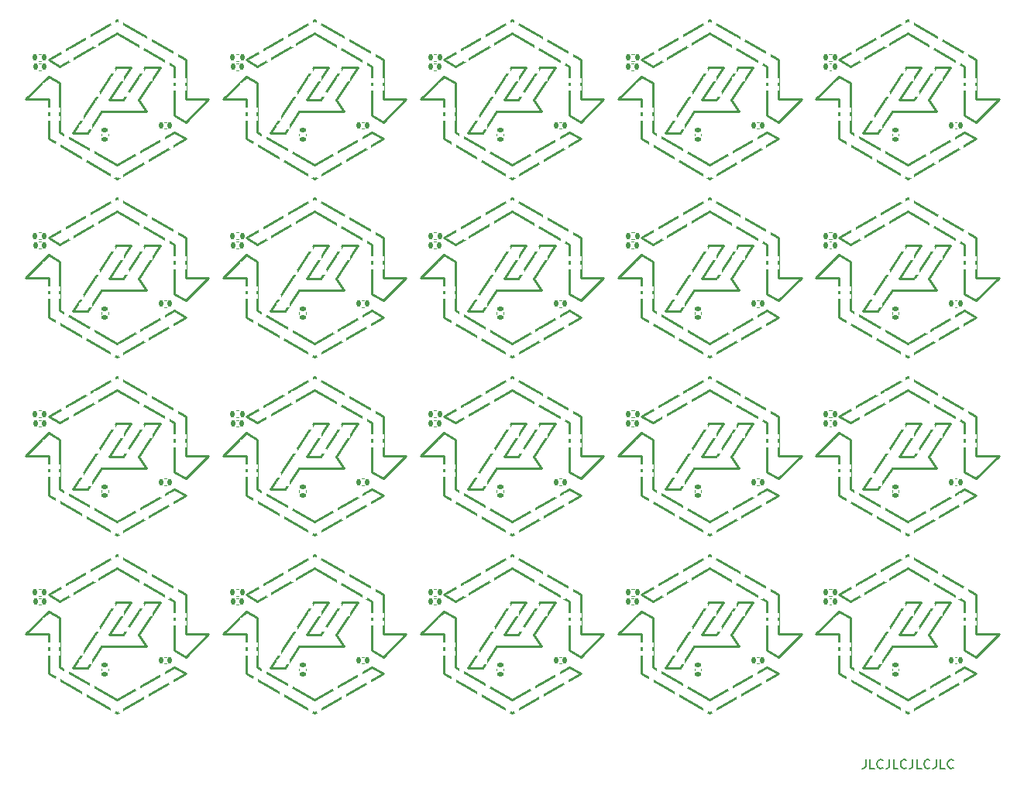
<source format=gbr>
%TF.GenerationSoftware,KiCad,Pcbnew,8.0.4*%
%TF.CreationDate,2024-10-23T13:10:21+11:00*%
%TF.ProjectId,panel,70616e65-6c2e-46b6-9963-61645f706362,rev?*%
%TF.SameCoordinates,Original*%
%TF.FileFunction,Legend,Top*%
%TF.FilePolarity,Positive*%
%FSLAX46Y46*%
G04 Gerber Fmt 4.6, Leading zero omitted, Abs format (unit mm)*
G04 Created by KiCad (PCBNEW 8.0.4) date 2024-10-23 13:10:21*
%MOMM*%
%LPD*%
G01*
G04 APERTURE LIST*
G04 Aperture macros list*
%AMRoundRect*
0 Rectangle with rounded corners*
0 $1 Rounding radius*
0 $2 $3 $4 $5 $6 $7 $8 $9 X,Y pos of 4 corners*
0 Add a 4 corners polygon primitive as box body*
4,1,4,$2,$3,$4,$5,$6,$7,$8,$9,$2,$3,0*
0 Add four circle primitives for the rounded corners*
1,1,$1+$1,$2,$3*
1,1,$1+$1,$4,$5*
1,1,$1+$1,$6,$7*
1,1,$1+$1,$8,$9*
0 Add four rect primitives between the rounded corners*
20,1,$1+$1,$2,$3,$4,$5,0*
20,1,$1+$1,$4,$5,$6,$7,0*
20,1,$1+$1,$6,$7,$8,$9,0*
20,1,$1+$1,$8,$9,$2,$3,0*%
G04 Aperture macros list end*
%ADD10C,0.250000*%
%ADD11C,0.150000*%
%ADD12C,0.120000*%
%ADD13R,0.500000X0.500000*%
%ADD14RoundRect,0.140000X-0.140000X-0.170000X0.140000X-0.170000X0.140000X0.170000X-0.140000X0.170000X0*%
%ADD15RoundRect,0.135000X0.135000X0.185000X-0.135000X0.185000X-0.135000X-0.185000X0.135000X-0.185000X0*%
%ADD16C,2.000000*%
%ADD17RoundRect,0.140000X0.170000X-0.140000X0.170000X0.140000X-0.170000X0.140000X-0.170000X-0.140000X0*%
%ADD18C,1.152000*%
G04 APERTURE END LIST*
D10*
X20860106Y-71731961D02*
X18490086Y-75332005D01*
X39400000Y-47089746D02*
X46900000Y-51419873D01*
X85660106Y-71731961D02*
X83290086Y-75332005D01*
X33150000Y-71641561D02*
X31900000Y-70919873D01*
X61000000Y-62966878D02*
X67250000Y-59358439D01*
X77740626Y-59432038D02*
X79370127Y-59432039D01*
X68500000Y-19250000D02*
X67250000Y-18528312D01*
X54750000Y-73471688D02*
X54750000Y-78858439D01*
X90100000Y-70919873D02*
X90100000Y-75250000D01*
X63363221Y-16832005D02*
X65733143Y-13231961D01*
X38540098Y-55832005D02*
X40910049Y-52231961D01*
X45650000Y-38028312D02*
X45650000Y-32641561D01*
X46900000Y-55750000D02*
X49400000Y-55750000D01*
X10300000Y-36250000D02*
X7800000Y-36250000D01*
X96700000Y-60080127D02*
X96700000Y-55750000D01*
X75100000Y-53250000D02*
X76350000Y-53971688D01*
X75100000Y-79580127D02*
X75100000Y-75250000D01*
X39400000Y-25410254D02*
X31900000Y-21080127D01*
X72600000Y-16750000D02*
X75100000Y-14250000D01*
X24050000Y-32641561D02*
X17800000Y-29033122D01*
X40910049Y-13231961D02*
X39280568Y-13231961D01*
X33150000Y-78858439D02*
X39400000Y-82466878D01*
X96700000Y-79580127D02*
X96700000Y-75250000D01*
X31900000Y-75250000D02*
X29400000Y-75250000D01*
X111700000Y-40580127D02*
X104200000Y-44910254D01*
X46900000Y-77750000D02*
X45650000Y-77028312D01*
X38540098Y-16832005D02*
X40910049Y-13231961D01*
X77740626Y-20432038D02*
X79370127Y-20432039D01*
X17800000Y-83910254D02*
X10300000Y-79580127D01*
X56140626Y-59432038D02*
X57770127Y-59432039D01*
X84963221Y-36332005D02*
X87333143Y-32731961D01*
X107374315Y-76602726D02*
X106563221Y-75332005D01*
X53500000Y-55750000D02*
X51000000Y-55750000D01*
X88850000Y-59358439D02*
X90100000Y-60080127D01*
X62510049Y-13231961D02*
X60880568Y-13231961D01*
X82480568Y-71731961D02*
X77740626Y-78932038D01*
X61000000Y-64410254D02*
X53500000Y-60080127D01*
X38540098Y-36332005D02*
X40910049Y-32731961D01*
X99340626Y-39932038D02*
X100970127Y-39932039D01*
X64060106Y-71731961D02*
X61690086Y-75332005D01*
X104200000Y-27589746D02*
X111700000Y-31919873D01*
X34540626Y-39932038D02*
X36170127Y-39932039D01*
X68500000Y-77750000D02*
X67250000Y-77028312D01*
X25300000Y-16750000D02*
X27800000Y-16750000D01*
X68500000Y-70919873D02*
X68500000Y-75250000D01*
X94200000Y-75250000D02*
X96700000Y-72750000D01*
X97950000Y-39858439D02*
X104200000Y-43466878D01*
X103340098Y-55832005D02*
X105710049Y-52231961D01*
X60140098Y-75332005D02*
X62510049Y-71731961D01*
X67250000Y-38028312D02*
X67250000Y-32641561D01*
X102503560Y-57102726D02*
X107374315Y-57102726D01*
X37703560Y-76602726D02*
X42574315Y-76602726D01*
X60140098Y-16832005D02*
X62510049Y-13231961D01*
X20860106Y-13231961D02*
X18490086Y-16832005D01*
X99340626Y-59432038D02*
X100970127Y-59432039D01*
X29400000Y-75250000D02*
X31900000Y-72750000D01*
X49400000Y-75250000D02*
X46900000Y-77750000D01*
X39400000Y-48533122D02*
X33150000Y-52141561D01*
X104890086Y-55832005D02*
X103340098Y-55832005D01*
X57770127Y-20432039D02*
X59303560Y-18102726D01*
X7800000Y-16750000D02*
X10300000Y-14250000D01*
X42460106Y-32731961D02*
X40090086Y-36332005D01*
X16940098Y-16832005D02*
X19310049Y-13231961D01*
X24050000Y-20358439D02*
X25300000Y-21080127D01*
X39400000Y-29033122D02*
X33150000Y-32641561D01*
X36170127Y-59432039D02*
X37703560Y-57102726D01*
X42574315Y-76602726D02*
X41763221Y-75332005D01*
X18490086Y-16832005D02*
X16940098Y-16832005D01*
X20163221Y-36332005D02*
X22533143Y-32731961D01*
X12940626Y-39932038D02*
X14570127Y-39932039D01*
X99340626Y-20432038D02*
X100970127Y-20432039D01*
X64060106Y-52231961D02*
X61690086Y-55832005D01*
X79370127Y-20432039D02*
X80903560Y-18102726D01*
X54750000Y-13141561D02*
X53500000Y-12419873D01*
X31900000Y-16750000D02*
X29400000Y-16750000D01*
X76350000Y-32641561D02*
X75100000Y-31919873D01*
X64174315Y-37602726D02*
X63363221Y-36332005D01*
X10300000Y-21080127D02*
X10300000Y-16750000D01*
X96700000Y-16750000D02*
X94200000Y-16750000D01*
X44133143Y-71731961D02*
X42460106Y-71731961D01*
X61690086Y-16832005D02*
X60140098Y-16832005D01*
X67250000Y-39858439D02*
X68500000Y-40580127D01*
X53500000Y-36250000D02*
X51000000Y-36250000D01*
X33150000Y-53971688D02*
X33150000Y-59358439D01*
X75100000Y-40580127D02*
X75100000Y-36250000D01*
X67250000Y-78858439D02*
X68500000Y-79580127D01*
X65733143Y-71731961D02*
X64060106Y-71731961D01*
X77740626Y-39932038D02*
X79370127Y-39932039D01*
X14570127Y-20432039D02*
X16103560Y-18102726D01*
X11550000Y-14971688D02*
X11550000Y-20358439D01*
X82600000Y-82466878D02*
X88850000Y-78858439D01*
X53500000Y-40580127D02*
X53500000Y-36250000D01*
X65733143Y-52231961D02*
X64060106Y-52231961D01*
X111700000Y-51419873D02*
X111700000Y-55750000D01*
X68500000Y-36250000D02*
X71000000Y-36250000D01*
X114200000Y-36250000D02*
X111700000Y-38750000D01*
X46900000Y-58250000D02*
X45650000Y-57528312D01*
X61000000Y-44910254D02*
X53500000Y-40580127D01*
X17800000Y-25410254D02*
X10300000Y-21080127D01*
X40090086Y-55832005D02*
X38540098Y-55832005D01*
X39400000Y-23966878D02*
X45650000Y-20358439D01*
X22533143Y-32731961D02*
X20860106Y-32731961D01*
X65733143Y-13231961D02*
X64060106Y-13231961D01*
X17800000Y-62966878D02*
X24050000Y-59358439D01*
X100970127Y-20432039D02*
X102503560Y-18102726D01*
X54750000Y-34471688D02*
X54750000Y-39858439D01*
X111700000Y-36250000D02*
X114200000Y-36250000D01*
X63363221Y-75332005D02*
X65733143Y-71731961D01*
X97950000Y-13141561D02*
X96700000Y-12419873D01*
X61690086Y-55832005D02*
X60140098Y-55832005D01*
X17680568Y-13231961D02*
X12940626Y-20432038D01*
X82600000Y-8089746D02*
X90100000Y-12419873D01*
X11550000Y-78858439D02*
X17800000Y-82466878D01*
X36170127Y-20432039D02*
X37703560Y-18102726D01*
X10300000Y-51419873D02*
X17800000Y-47089746D01*
X25300000Y-60080127D02*
X17800000Y-64410254D01*
X54750000Y-59358439D02*
X61000000Y-62966878D01*
X96700000Y-51419873D02*
X104200000Y-47089746D01*
X25300000Y-12419873D02*
X25300000Y-16750000D01*
X87333143Y-71731961D02*
X85660106Y-71731961D01*
X11550000Y-52141561D02*
X10300000Y-51419873D01*
X61000000Y-68033122D02*
X54750000Y-71641561D01*
X68500000Y-51419873D02*
X68500000Y-55750000D01*
X14570127Y-59432039D02*
X16103560Y-57102726D01*
X103340098Y-16832005D02*
X105710049Y-13231961D01*
X11550000Y-39858439D02*
X17800000Y-43466878D01*
X41763221Y-55832005D02*
X44133143Y-52231961D01*
X79370127Y-78932039D02*
X80903560Y-76602726D01*
X7800000Y-36250000D02*
X10300000Y-33750000D01*
X31900000Y-70919873D02*
X39400000Y-66589746D01*
X85774315Y-76602726D02*
X84963221Y-75332005D01*
X22533143Y-13231961D02*
X20860106Y-13231961D01*
X11550000Y-59358439D02*
X17800000Y-62966878D01*
X18490086Y-36332005D02*
X16940098Y-36332005D01*
X54750000Y-20358439D02*
X61000000Y-23966878D01*
X39400000Y-9533122D02*
X33150000Y-13141561D01*
X53500000Y-14250000D02*
X54750000Y-14971688D01*
X20974315Y-18102726D02*
X20163221Y-16832005D01*
X27800000Y-36250000D02*
X25300000Y-38750000D01*
X79370127Y-59432039D02*
X80903560Y-57102726D01*
X90100000Y-12419873D02*
X90100000Y-16750000D01*
X96700000Y-12419873D02*
X104200000Y-8089746D01*
X67250000Y-20358439D02*
X68500000Y-21080127D01*
X61000000Y-47089746D02*
X68500000Y-51419873D01*
X45650000Y-52141561D02*
X39400000Y-48533122D01*
X102503560Y-76602726D02*
X107374315Y-76602726D01*
X49400000Y-16750000D02*
X46900000Y-19250000D01*
X20163221Y-16832005D02*
X22533143Y-13231961D01*
X10300000Y-79580127D02*
X10300000Y-75250000D01*
X29400000Y-36250000D02*
X31900000Y-33750000D01*
X97950000Y-20358439D02*
X104200000Y-23966878D01*
X87333143Y-13231961D02*
X85660106Y-13231961D01*
X67250000Y-57528312D02*
X67250000Y-52141561D01*
X34540626Y-20432038D02*
X36170127Y-20432039D01*
X97950000Y-14971688D02*
X97950000Y-20358439D01*
X105710049Y-71731961D02*
X104080568Y-71731961D01*
X104200000Y-68033122D02*
X97950000Y-71641561D01*
X39400000Y-83910254D02*
X31900000Y-79580127D01*
X31900000Y-12419873D02*
X39400000Y-8089746D01*
X17680568Y-52231961D02*
X12940626Y-59432038D01*
X53500000Y-16750000D02*
X51000000Y-16750000D01*
X25300000Y-36250000D02*
X27800000Y-36250000D01*
X25300000Y-19250000D02*
X24050000Y-18528312D01*
X72600000Y-55750000D02*
X75100000Y-53250000D01*
X16940098Y-36332005D02*
X19310049Y-32731961D01*
X27800000Y-75250000D02*
X25300000Y-77750000D01*
X20974315Y-37602726D02*
X20163221Y-36332005D01*
X104200000Y-47089746D02*
X111700000Y-51419873D01*
X88850000Y-13141561D02*
X82600000Y-9533122D01*
X40090086Y-16832005D02*
X38540098Y-16832005D01*
X29400000Y-55750000D02*
X31900000Y-53250000D01*
X17800000Y-66589746D02*
X25300000Y-70919873D01*
X31900000Y-72750000D02*
X33150000Y-73471688D01*
X81740098Y-55832005D02*
X84110049Y-52231961D01*
X46900000Y-12419873D02*
X46900000Y-16750000D01*
X96700000Y-72750000D02*
X97950000Y-73471688D01*
X12940626Y-20432038D02*
X14570127Y-20432039D01*
X34540626Y-59432038D02*
X36170127Y-59432039D01*
X97950000Y-73471688D02*
X97950000Y-78858439D01*
X96700000Y-36250000D02*
X94200000Y-36250000D01*
X114200000Y-55750000D02*
X111700000Y-58250000D01*
X37703560Y-37602726D02*
X42574315Y-37602726D01*
X24050000Y-57528312D02*
X24050000Y-52141561D01*
X17800000Y-64410254D02*
X10300000Y-60080127D01*
X111700000Y-79580127D02*
X104200000Y-83910254D01*
X68500000Y-55750000D02*
X71000000Y-55750000D01*
X88850000Y-78858439D02*
X90100000Y-79580127D01*
X90100000Y-55750000D02*
X92600000Y-55750000D01*
X81740098Y-36332005D02*
X84110049Y-32731961D01*
X39400000Y-68033122D02*
X33150000Y-71641561D01*
X104200000Y-8089746D02*
X111700000Y-12419873D01*
X96700000Y-21080127D02*
X96700000Y-16750000D01*
X24050000Y-38028312D02*
X24050000Y-32641561D01*
X76350000Y-78858439D02*
X82600000Y-82466878D01*
X106563221Y-75332005D02*
X108933143Y-71731961D01*
X10300000Y-70919873D02*
X17800000Y-66589746D01*
X59303560Y-76602726D02*
X64174315Y-76602726D01*
X90100000Y-40580127D02*
X82600000Y-44910254D01*
X19310049Y-32731961D02*
X17680568Y-32731961D01*
X75100000Y-72750000D02*
X76350000Y-73471688D01*
X25300000Y-40580127D02*
X17800000Y-44910254D01*
X85660106Y-13231961D02*
X83290086Y-16832005D01*
X53500000Y-70919873D02*
X61000000Y-66589746D01*
X83290086Y-36332005D02*
X81740098Y-36332005D01*
X61000000Y-43466878D02*
X67250000Y-39858439D01*
X83290086Y-55832005D02*
X81740098Y-55832005D01*
X20860106Y-52231961D02*
X18490086Y-55832005D01*
X11550000Y-71641561D02*
X10300000Y-70919873D01*
X51000000Y-75250000D02*
X53500000Y-72750000D01*
X31900000Y-60080127D02*
X31900000Y-55750000D01*
X33150000Y-13141561D02*
X31900000Y-12419873D01*
X60140098Y-36332005D02*
X62510049Y-32731961D01*
X97950000Y-71641561D02*
X96700000Y-70919873D01*
X81740098Y-16832005D02*
X84110049Y-13231961D01*
X42460106Y-13231961D02*
X40090086Y-16832005D01*
X110450000Y-71641561D02*
X104200000Y-68033122D01*
X110450000Y-38028312D02*
X110450000Y-32641561D01*
X110450000Y-18528312D02*
X110450000Y-13141561D01*
X110450000Y-57528312D02*
X110450000Y-52141561D01*
X51000000Y-36250000D02*
X53500000Y-33750000D01*
X56140626Y-39932038D02*
X57770127Y-39932039D01*
X71000000Y-55750000D02*
X68500000Y-58250000D01*
X24050000Y-13141561D02*
X17800000Y-9533122D01*
X36170127Y-78932039D02*
X37703560Y-76602726D01*
X82600000Y-66589746D02*
X90100000Y-70919873D01*
X110450000Y-32641561D02*
X104200000Y-29033122D01*
X90100000Y-19250000D02*
X88850000Y-18528312D01*
X16103560Y-76602726D02*
X20974315Y-76602726D01*
X25300000Y-51419873D02*
X25300000Y-55750000D01*
X33150000Y-59358439D02*
X39400000Y-62966878D01*
X53500000Y-33750000D02*
X54750000Y-34471688D01*
X57770127Y-39932039D02*
X59303560Y-37602726D01*
X46900000Y-36250000D02*
X49400000Y-36250000D01*
X64174315Y-18102726D02*
X63363221Y-16832005D01*
X22533143Y-71731961D02*
X20860106Y-71731961D01*
X85774315Y-18102726D02*
X84963221Y-16832005D01*
X41763221Y-16832005D02*
X44133143Y-13231961D01*
X56140626Y-20432038D02*
X57770127Y-20432039D01*
X108933143Y-13231961D02*
X107260106Y-13231961D01*
X46900000Y-19250000D02*
X45650000Y-18528312D01*
X102503560Y-18102726D02*
X107374315Y-18102726D01*
X53500000Y-51419873D02*
X61000000Y-47089746D01*
X20860106Y-32731961D02*
X18490086Y-36332005D01*
X72600000Y-36250000D02*
X75100000Y-33750000D01*
X111700000Y-58250000D02*
X110450000Y-57528312D01*
X31900000Y-40580127D02*
X31900000Y-36250000D01*
X82600000Y-29033122D02*
X76350000Y-32641561D01*
X104200000Y-44910254D02*
X96700000Y-40580127D01*
X82600000Y-9533122D02*
X76350000Y-13141561D01*
X92600000Y-36250000D02*
X90100000Y-38750000D01*
X20163221Y-55832005D02*
X22533143Y-52231961D01*
X46900000Y-60080127D02*
X39400000Y-64410254D01*
X17800000Y-82466878D02*
X24050000Y-78858439D01*
X114200000Y-16750000D02*
X111700000Y-19250000D01*
X60880568Y-13231961D02*
X56140626Y-20432038D01*
X111700000Y-38750000D02*
X110450000Y-38028312D01*
X39400000Y-27589746D02*
X46900000Y-31919873D01*
X108933143Y-32731961D02*
X107260106Y-32731961D01*
X62510049Y-52231961D02*
X60880568Y-52231961D01*
X17800000Y-43466878D02*
X24050000Y-39858439D01*
X53500000Y-53250000D02*
X54750000Y-53971688D01*
X17680568Y-71731961D02*
X12940626Y-78932038D01*
X45650000Y-59358439D02*
X46900000Y-60080127D01*
X75100000Y-60080127D02*
X75100000Y-55750000D01*
X80903560Y-76602726D02*
X85774315Y-76602726D01*
X42460106Y-71731961D02*
X40090086Y-75332005D01*
X104200000Y-82466878D02*
X110450000Y-78858439D01*
X29400000Y-16750000D02*
X31900000Y-14250000D01*
X96700000Y-40580127D02*
X96700000Y-36250000D01*
X46900000Y-75250000D02*
X49400000Y-75250000D01*
X76350000Y-53971688D02*
X76350000Y-59358439D01*
X10300000Y-55750000D02*
X7800000Y-55750000D01*
X77740626Y-78932038D02*
X79370127Y-78932039D01*
X68500000Y-31919873D02*
X68500000Y-36250000D01*
X75100000Y-31919873D02*
X82600000Y-27589746D01*
X105710049Y-13231961D02*
X104080568Y-13231961D01*
X76350000Y-13141561D02*
X75100000Y-12419873D01*
X33150000Y-39858439D02*
X39400000Y-43466878D01*
X45650000Y-71641561D02*
X39400000Y-68033122D01*
X17800000Y-23966878D02*
X24050000Y-20358439D01*
X11550000Y-13141561D02*
X10300000Y-12419873D01*
X80903560Y-18102726D02*
X85774315Y-18102726D01*
X40910049Y-52231961D02*
X39280568Y-52231961D01*
X10300000Y-72750000D02*
X11550000Y-73471688D01*
X62510049Y-71731961D02*
X60880568Y-71731961D01*
X11550000Y-32641561D02*
X10300000Y-31919873D01*
X82480568Y-52231961D02*
X77740626Y-59432038D01*
X110450000Y-59358439D02*
X111700000Y-60080127D01*
X92600000Y-55750000D02*
X90100000Y-58250000D01*
X100970127Y-39932039D02*
X102503560Y-37602726D01*
X110450000Y-20358439D02*
X111700000Y-21080127D01*
X54750000Y-32641561D02*
X53500000Y-31919873D01*
X100970127Y-59432039D02*
X102503560Y-57102726D01*
X67250000Y-18528312D02*
X67250000Y-13141561D01*
X59303560Y-57102726D02*
X64174315Y-57102726D01*
X31900000Y-79580127D02*
X31900000Y-75250000D01*
X107374315Y-37602726D02*
X106563221Y-36332005D01*
X104890086Y-36332005D02*
X103340098Y-36332005D01*
X10300000Y-53250000D02*
X11550000Y-53971688D01*
X61000000Y-9533122D02*
X54750000Y-13141561D01*
X103340098Y-36332005D02*
X105710049Y-32731961D01*
X16103560Y-37602726D02*
X20974315Y-37602726D01*
X67250000Y-71641561D02*
X61000000Y-68033122D01*
X11550000Y-73471688D02*
X11550000Y-78858439D01*
X110450000Y-52141561D02*
X104200000Y-48533122D01*
X104080568Y-71731961D02*
X99340626Y-78932038D01*
X60880568Y-71731961D02*
X56140626Y-78932038D01*
X45650000Y-78858439D02*
X46900000Y-79580127D01*
X46900000Y-79580127D02*
X39400000Y-83910254D01*
X76350000Y-39858439D02*
X82600000Y-43466878D01*
X72600000Y-75250000D02*
X75100000Y-72750000D01*
X96700000Y-31919873D02*
X104200000Y-27589746D01*
X20974315Y-76602726D02*
X20163221Y-75332005D01*
X44133143Y-32731961D02*
X42460106Y-32731961D01*
X42574315Y-37602726D02*
X41763221Y-36332005D01*
X10300000Y-60080127D02*
X10300000Y-55750000D01*
X31900000Y-21080127D02*
X31900000Y-16750000D01*
X82480568Y-13231961D02*
X77740626Y-20432038D01*
X60140098Y-55832005D02*
X62510049Y-52231961D01*
X61000000Y-25410254D02*
X53500000Y-21080127D01*
X31900000Y-14250000D02*
X33150000Y-14971688D01*
X64174315Y-57102726D02*
X63363221Y-55832005D01*
X18490086Y-55832005D02*
X16940098Y-55832005D01*
X71000000Y-36250000D02*
X68500000Y-38750000D01*
X106563221Y-36332005D02*
X108933143Y-32731961D01*
X92600000Y-16750000D02*
X90100000Y-19250000D01*
X54750000Y-14971688D02*
X54750000Y-20358439D01*
X11550000Y-53971688D02*
X11550000Y-59358439D01*
X80903560Y-37602726D02*
X85774315Y-37602726D01*
X111700000Y-16750000D02*
X114200000Y-16750000D01*
X37703560Y-57102726D02*
X42574315Y-57102726D01*
X53500000Y-60080127D02*
X53500000Y-55750000D01*
X53500000Y-72750000D02*
X54750000Y-73471688D01*
X76350000Y-73471688D02*
X76350000Y-78858439D01*
X76350000Y-71641561D02*
X75100000Y-70919873D01*
X49400000Y-55750000D02*
X46900000Y-58250000D01*
X87333143Y-52231961D02*
X85660106Y-52231961D01*
X82600000Y-43466878D02*
X88850000Y-39858439D01*
X53500000Y-12419873D02*
X61000000Y-8089746D01*
X41763221Y-36332005D02*
X44133143Y-32731961D01*
X90100000Y-58250000D02*
X88850000Y-57528312D01*
X45650000Y-18528312D02*
X45650000Y-13141561D01*
X20163221Y-75332005D02*
X22533143Y-71731961D01*
X88850000Y-52141561D02*
X82600000Y-48533122D01*
X25300000Y-77750000D02*
X24050000Y-77028312D01*
X105710049Y-52231961D02*
X104080568Y-52231961D01*
X25300000Y-70919873D02*
X25300000Y-75250000D01*
X19310049Y-71731961D02*
X17680568Y-71731961D01*
X10300000Y-75250000D02*
X7800000Y-75250000D01*
X104200000Y-9533122D02*
X97950000Y-13141561D01*
X46900000Y-38750000D02*
X45650000Y-38028312D01*
X51000000Y-16750000D02*
X53500000Y-14250000D01*
X57770127Y-78932039D02*
X59303560Y-76602726D01*
X10300000Y-16750000D02*
X7800000Y-16750000D01*
X94200000Y-36250000D02*
X96700000Y-33750000D01*
X85660106Y-32731961D02*
X83290086Y-36332005D01*
X17800000Y-47089746D02*
X25300000Y-51419873D01*
X82600000Y-47089746D02*
X90100000Y-51419873D01*
X97950000Y-52141561D02*
X96700000Y-51419873D01*
X96700000Y-75250000D02*
X94200000Y-75250000D01*
X67250000Y-13141561D02*
X61000000Y-9533122D01*
X59303560Y-18102726D02*
X64174315Y-18102726D01*
X102503560Y-37602726D02*
X107374315Y-37602726D01*
X96700000Y-33750000D02*
X97950000Y-34471688D01*
X71000000Y-75250000D02*
X68500000Y-77750000D01*
X22533143Y-52231961D02*
X20860106Y-52231961D01*
X16940098Y-75332005D02*
X19310049Y-71731961D01*
X104200000Y-43466878D02*
X110450000Y-39858439D01*
X84110049Y-71731961D02*
X82480568Y-71731961D01*
X108933143Y-52231961D02*
X107260106Y-52231961D01*
X80903560Y-57102726D02*
X85774315Y-57102726D01*
X68500000Y-58250000D02*
X67250000Y-57528312D01*
X12940626Y-78932038D02*
X14570127Y-78932039D01*
X68500000Y-16750000D02*
X71000000Y-16750000D01*
X97950000Y-59358439D02*
X104200000Y-62966878D01*
X114200000Y-75250000D02*
X111700000Y-77750000D01*
X45650000Y-32641561D02*
X39400000Y-29033122D01*
X46900000Y-40580127D02*
X39400000Y-44910254D01*
X61000000Y-82466878D02*
X67250000Y-78858439D01*
X107374315Y-57102726D02*
X106563221Y-55832005D01*
X60880568Y-52231961D02*
X56140626Y-59432038D01*
X31900000Y-31919873D02*
X39400000Y-27589746D01*
X61000000Y-8089746D02*
X68500000Y-12419873D01*
X96700000Y-53250000D02*
X97950000Y-53971688D01*
X104200000Y-66589746D02*
X111700000Y-70919873D01*
X61000000Y-29033122D02*
X54750000Y-32641561D01*
X20974315Y-57102726D02*
X20163221Y-55832005D01*
X25300000Y-58250000D02*
X24050000Y-57528312D01*
X53500000Y-79580127D02*
X53500000Y-75250000D01*
X76350000Y-59358439D02*
X82600000Y-62966878D01*
X31900000Y-55750000D02*
X29400000Y-55750000D01*
X49400000Y-36250000D02*
X46900000Y-38750000D01*
X33150000Y-73471688D02*
X33150000Y-78858439D01*
X75100000Y-14250000D02*
X76350000Y-14971688D01*
X10300000Y-12419873D02*
X17800000Y-8089746D01*
X31900000Y-36250000D02*
X29400000Y-36250000D01*
X90100000Y-75250000D02*
X92600000Y-75250000D01*
X111700000Y-31919873D02*
X111700000Y-36250000D01*
X90100000Y-31919873D02*
X90100000Y-36250000D01*
X110450000Y-77028312D02*
X110450000Y-71641561D01*
X90100000Y-51419873D02*
X90100000Y-55750000D01*
X88850000Y-38028312D02*
X88850000Y-32641561D01*
X46900000Y-21080127D02*
X39400000Y-25410254D01*
X7800000Y-55750000D02*
X10300000Y-53250000D01*
X104200000Y-23966878D02*
X110450000Y-20358439D01*
X17680568Y-32731961D02*
X12940626Y-39932038D01*
X44133143Y-52231961D02*
X42460106Y-52231961D01*
X33150000Y-32641561D02*
X31900000Y-31919873D01*
X31900000Y-53250000D02*
X33150000Y-53971688D01*
X88850000Y-18528312D02*
X88850000Y-13141561D01*
X96700000Y-14250000D02*
X97950000Y-14971688D01*
X107260106Y-71731961D02*
X104890086Y-75332005D01*
X96700000Y-55750000D02*
X94200000Y-55750000D01*
X90100000Y-77750000D02*
X88850000Y-77028312D01*
X104200000Y-64410254D02*
X96700000Y-60080127D01*
X24050000Y-52141561D02*
X17800000Y-48533122D01*
X64174315Y-76602726D02*
X63363221Y-75332005D01*
X75100000Y-70919873D02*
X82600000Y-66589746D01*
X97950000Y-53971688D02*
X97950000Y-59358439D01*
X27800000Y-16750000D02*
X25300000Y-19250000D01*
X17800000Y-44910254D02*
X10300000Y-40580127D01*
X90100000Y-79580127D02*
X82600000Y-83910254D01*
X97950000Y-32641561D02*
X96700000Y-31919873D01*
X31900000Y-51419873D02*
X39400000Y-47089746D01*
X94200000Y-16750000D02*
X96700000Y-14250000D01*
X63363221Y-55832005D02*
X65733143Y-52231961D01*
X105710049Y-32731961D02*
X104080568Y-32731961D01*
X45650000Y-39858439D02*
X46900000Y-40580127D01*
X75100000Y-12419873D02*
X82600000Y-8089746D01*
X104080568Y-32731961D02*
X99340626Y-39932038D01*
X107260106Y-52231961D02*
X104890086Y-55832005D01*
X110450000Y-13141561D02*
X104200000Y-9533122D01*
X10300000Y-31919873D02*
X17800000Y-27589746D01*
X88850000Y-20358439D02*
X90100000Y-21080127D01*
X82600000Y-62966878D02*
X88850000Y-59358439D01*
X38540098Y-75332005D02*
X40910049Y-71731961D01*
X82600000Y-27589746D02*
X90100000Y-31919873D01*
X68500000Y-40580127D02*
X61000000Y-44910254D01*
X106563221Y-55832005D02*
X108933143Y-52231961D01*
X61000000Y-83910254D02*
X53500000Y-79580127D01*
X39400000Y-64410254D02*
X31900000Y-60080127D01*
X64060106Y-13231961D02*
X61690086Y-16832005D01*
X25300000Y-31919873D02*
X25300000Y-36250000D01*
X17800000Y-8089746D02*
X25300000Y-12419873D01*
X7800000Y-75250000D02*
X10300000Y-72750000D01*
X27800000Y-55750000D02*
X25300000Y-58250000D01*
X90100000Y-21080127D02*
X82600000Y-25410254D01*
X90100000Y-16750000D02*
X92600000Y-16750000D01*
X104200000Y-48533122D02*
X97950000Y-52141561D01*
X54750000Y-39858439D02*
X61000000Y-43466878D01*
X46900000Y-31919873D02*
X46900000Y-36250000D01*
X46900000Y-16750000D02*
X49400000Y-16750000D01*
X110450000Y-39858439D02*
X111700000Y-40580127D01*
X45650000Y-13141561D02*
X39400000Y-9533122D01*
X39280568Y-13231961D02*
X34540626Y-20432038D01*
X82600000Y-64410254D02*
X75100000Y-60080127D01*
X17800000Y-48533122D02*
X11550000Y-52141561D01*
X111700000Y-12419873D02*
X111700000Y-16750000D01*
X40090086Y-75332005D02*
X38540098Y-75332005D01*
X97950000Y-34471688D02*
X97950000Y-39858439D01*
X56140626Y-78932038D02*
X57770127Y-78932039D01*
X71000000Y-16750000D02*
X68500000Y-19250000D01*
X82600000Y-25410254D02*
X75100000Y-21080127D01*
X90100000Y-38750000D02*
X88850000Y-38028312D01*
X84110049Y-32731961D02*
X82480568Y-32731961D01*
X90100000Y-36250000D02*
X92600000Y-36250000D01*
X33150000Y-34471688D02*
X33150000Y-39858439D01*
X10300000Y-14250000D02*
X11550000Y-14971688D01*
X111700000Y-55750000D02*
X114200000Y-55750000D01*
X82600000Y-68033122D02*
X76350000Y-71641561D01*
X87333143Y-32731961D02*
X85660106Y-32731961D01*
X83290086Y-75332005D02*
X81740098Y-75332005D01*
X96700000Y-70919873D02*
X104200000Y-66589746D01*
X45650000Y-57528312D02*
X45650000Y-52141561D01*
X39400000Y-66589746D02*
X46900000Y-70919873D01*
X85774315Y-57102726D02*
X84963221Y-55832005D01*
X83290086Y-16832005D02*
X81740098Y-16832005D01*
X111700000Y-60080127D02*
X104200000Y-64410254D01*
X25300000Y-75250000D02*
X27800000Y-75250000D01*
X25300000Y-79580127D02*
X17800000Y-83910254D01*
X39400000Y-43466878D02*
X45650000Y-39858439D01*
X42574315Y-18102726D02*
X41763221Y-16832005D01*
X81740098Y-75332005D02*
X84110049Y-71731961D01*
X24050000Y-39858439D02*
X25300000Y-40580127D01*
X75100000Y-36250000D02*
X72600000Y-36250000D01*
X104890086Y-16832005D02*
X103340098Y-16832005D01*
X88850000Y-77028312D02*
X88850000Y-71641561D01*
X11550000Y-34471688D02*
X11550000Y-39858439D01*
X39400000Y-82466878D02*
X45650000Y-78858439D01*
X103340098Y-75332005D02*
X105710049Y-71731961D01*
X34540626Y-78932038D02*
X36170127Y-78932039D01*
X75100000Y-16750000D02*
X72600000Y-16750000D01*
X24050000Y-77028312D02*
X24050000Y-71641561D01*
X106563221Y-16832005D02*
X108933143Y-13231961D01*
X88850000Y-32641561D02*
X82600000Y-29033122D01*
X68500000Y-38750000D02*
X67250000Y-38028312D01*
X45650000Y-77028312D02*
X45650000Y-71641561D01*
X36170127Y-39932039D02*
X37703560Y-37602726D01*
X88850000Y-57528312D02*
X88850000Y-52141561D01*
X108933143Y-71731961D02*
X107260106Y-71731961D01*
X84110049Y-13231961D02*
X82480568Y-13231961D01*
X17800000Y-9533122D02*
X11550000Y-13141561D01*
X67250000Y-52141561D02*
X61000000Y-48533122D01*
X24050000Y-78858439D02*
X25300000Y-79580127D01*
X59303560Y-37602726D02*
X64174315Y-37602726D01*
X100970127Y-78932039D02*
X102503560Y-76602726D01*
X104080568Y-13231961D02*
X99340626Y-20432038D01*
X68500000Y-60080127D02*
X61000000Y-64410254D01*
X111700000Y-70919873D02*
X111700000Y-75250000D01*
X46900000Y-51419873D02*
X46900000Y-55750000D01*
X19310049Y-13231961D02*
X17680568Y-13231961D01*
X68500000Y-12419873D02*
X68500000Y-16750000D01*
X75100000Y-21080127D02*
X75100000Y-16750000D01*
X54750000Y-53971688D02*
X54750000Y-59358439D01*
X82600000Y-23966878D02*
X88850000Y-20358439D01*
X99340626Y-78932038D02*
X100970127Y-78932039D01*
X107260106Y-13231961D02*
X104890086Y-16832005D01*
X17800000Y-27589746D02*
X25300000Y-31919873D01*
X107374315Y-18102726D02*
X106563221Y-16832005D01*
X53500000Y-21080127D02*
X53500000Y-16750000D01*
X19310049Y-52231961D02*
X17680568Y-52231961D01*
X111700000Y-77750000D02*
X110450000Y-77028312D01*
X12940626Y-59432038D02*
X14570127Y-59432039D01*
X68500000Y-79580127D02*
X61000000Y-83910254D01*
X54750000Y-52141561D02*
X53500000Y-51419873D01*
X104200000Y-62966878D02*
X110450000Y-59358439D01*
X39280568Y-52231961D02*
X34540626Y-59432038D01*
X104200000Y-29033122D02*
X97950000Y-32641561D01*
X82600000Y-44910254D02*
X75100000Y-40580127D01*
X76350000Y-20358439D02*
X82600000Y-23966878D01*
X92600000Y-75250000D02*
X90100000Y-77750000D01*
X67250000Y-77028312D02*
X67250000Y-71641561D01*
X17800000Y-29033122D02*
X11550000Y-32641561D01*
X39280568Y-32731961D02*
X34540626Y-39932038D01*
X61000000Y-48533122D02*
X54750000Y-52141561D01*
X54750000Y-78858439D02*
X61000000Y-82466878D01*
X25300000Y-55750000D02*
X27800000Y-55750000D01*
X14570127Y-39932039D02*
X16103560Y-37602726D01*
X104200000Y-83910254D02*
X96700000Y-79580127D01*
X88850000Y-71641561D02*
X82600000Y-68033122D01*
X53500000Y-75250000D02*
X51000000Y-75250000D01*
X40910049Y-32731961D02*
X39280568Y-32731961D01*
X25300000Y-21080127D02*
X17800000Y-25410254D01*
X14570127Y-78932039D02*
X16103560Y-76602726D01*
X111700000Y-19250000D02*
X110450000Y-18528312D01*
X63363221Y-36332005D02*
X65733143Y-32731961D01*
X16103560Y-18102726D02*
X20974315Y-18102726D01*
X88850000Y-39858439D02*
X90100000Y-40580127D01*
X33150000Y-20358439D02*
X39400000Y-23966878D01*
X68500000Y-75250000D02*
X71000000Y-75250000D01*
X24050000Y-59358439D02*
X25300000Y-60080127D01*
X61000000Y-23966878D02*
X67250000Y-20358439D01*
X40910049Y-71731961D02*
X39280568Y-71731961D01*
X11550000Y-20358439D02*
X17800000Y-23966878D01*
X97950000Y-78858439D02*
X104200000Y-82466878D01*
X75100000Y-75250000D02*
X72600000Y-75250000D01*
X39400000Y-44910254D02*
X31900000Y-40580127D01*
X82480568Y-32731961D02*
X77740626Y-39932038D01*
X53500000Y-31919873D02*
X61000000Y-27589746D01*
X24050000Y-18528312D02*
X24050000Y-13141561D01*
X65733143Y-32731961D02*
X64060106Y-32731961D01*
X17800000Y-68033122D02*
X11550000Y-71641561D01*
X42574315Y-57102726D02*
X41763221Y-55832005D01*
X39400000Y-8089746D02*
X46900000Y-12419873D01*
X82600000Y-48533122D02*
X76350000Y-52141561D01*
X31900000Y-33750000D02*
X33150000Y-34471688D01*
X84110049Y-52231961D02*
X82480568Y-52231961D01*
X104890086Y-75332005D02*
X103340098Y-75332005D01*
X111700000Y-75250000D02*
X114200000Y-75250000D01*
X107260106Y-32731961D02*
X104890086Y-36332005D01*
X64060106Y-32731961D02*
X61690086Y-36332005D01*
X33150000Y-52141561D02*
X31900000Y-51419873D01*
X84963221Y-55832005D02*
X87333143Y-52231961D01*
X76350000Y-52141561D02*
X75100000Y-51419873D01*
X57770127Y-59432039D02*
X59303560Y-57102726D01*
X25300000Y-38750000D02*
X24050000Y-38028312D01*
X40090086Y-36332005D02*
X38540098Y-36332005D01*
X61000000Y-27589746D02*
X68500000Y-31919873D01*
X54750000Y-71641561D02*
X53500000Y-70919873D01*
X79370127Y-39932039D02*
X80903560Y-37602726D01*
X24050000Y-71641561D02*
X17800000Y-68033122D01*
X42460106Y-52231961D02*
X40090086Y-55832005D01*
X75100000Y-55750000D02*
X72600000Y-55750000D01*
X39280568Y-71731961D02*
X34540626Y-78932038D01*
X67250000Y-32641561D02*
X61000000Y-29033122D01*
X110450000Y-78858439D02*
X111700000Y-79580127D01*
X61690086Y-36332005D02*
X60140098Y-36332005D01*
X90100000Y-60080127D02*
X82600000Y-64410254D01*
X10300000Y-40580127D02*
X10300000Y-36250000D01*
X39400000Y-62966878D02*
X45650000Y-59358439D01*
X44133143Y-13231961D02*
X42460106Y-13231961D01*
X16103560Y-57102726D02*
X20974315Y-57102726D01*
X75100000Y-33750000D02*
X76350000Y-34471688D01*
X76350000Y-14971688D02*
X76350000Y-20358439D01*
X84963221Y-16832005D02*
X87333143Y-13231961D01*
X18490086Y-75332005D02*
X16940098Y-75332005D01*
X41763221Y-75332005D02*
X44133143Y-71731961D01*
X61690086Y-75332005D02*
X60140098Y-75332005D01*
X68500000Y-21080127D02*
X61000000Y-25410254D01*
X82600000Y-83910254D02*
X75100000Y-79580127D01*
X33150000Y-14971688D02*
X33150000Y-20358439D01*
X10300000Y-33750000D02*
X11550000Y-34471688D01*
X75100000Y-51419873D02*
X82600000Y-47089746D01*
X104080568Y-52231961D02*
X99340626Y-59432038D01*
X45650000Y-20358439D02*
X46900000Y-21080127D01*
X94200000Y-55750000D02*
X96700000Y-53250000D01*
X111700000Y-21080127D02*
X104200000Y-25410254D01*
X85660106Y-52231961D02*
X83290086Y-55832005D01*
X61000000Y-66589746D02*
X68500000Y-70919873D01*
X67250000Y-59358439D02*
X68500000Y-60080127D01*
X62510049Y-32731961D02*
X60880568Y-32731961D01*
X51000000Y-55750000D02*
X53500000Y-53250000D01*
X84963221Y-75332005D02*
X87333143Y-71731961D01*
X104200000Y-25410254D02*
X96700000Y-21080127D01*
X85774315Y-37602726D02*
X84963221Y-36332005D01*
X37703560Y-18102726D02*
X42574315Y-18102726D01*
X60880568Y-32731961D02*
X56140626Y-39932038D01*
X76350000Y-34471688D02*
X76350000Y-39858439D01*
X16940098Y-55832005D02*
X19310049Y-52231961D01*
X46900000Y-70919873D02*
X46900000Y-75250000D01*
D11*
X99639409Y-88954819D02*
X99639409Y-89669104D01*
X99639409Y-89669104D02*
X99591790Y-89811961D01*
X99591790Y-89811961D02*
X99496552Y-89907200D01*
X99496552Y-89907200D02*
X99353695Y-89954819D01*
X99353695Y-89954819D02*
X99258457Y-89954819D01*
X100591790Y-89954819D02*
X100115600Y-89954819D01*
X100115600Y-89954819D02*
X100115600Y-88954819D01*
X101496552Y-89859580D02*
X101448933Y-89907200D01*
X101448933Y-89907200D02*
X101306076Y-89954819D01*
X101306076Y-89954819D02*
X101210838Y-89954819D01*
X101210838Y-89954819D02*
X101067981Y-89907200D01*
X101067981Y-89907200D02*
X100972743Y-89811961D01*
X100972743Y-89811961D02*
X100925124Y-89716723D01*
X100925124Y-89716723D02*
X100877505Y-89526247D01*
X100877505Y-89526247D02*
X100877505Y-89383390D01*
X100877505Y-89383390D02*
X100925124Y-89192914D01*
X100925124Y-89192914D02*
X100972743Y-89097676D01*
X100972743Y-89097676D02*
X101067981Y-89002438D01*
X101067981Y-89002438D02*
X101210838Y-88954819D01*
X101210838Y-88954819D02*
X101306076Y-88954819D01*
X101306076Y-88954819D02*
X101448933Y-89002438D01*
X101448933Y-89002438D02*
X101496552Y-89050057D01*
X102210838Y-88954819D02*
X102210838Y-89669104D01*
X102210838Y-89669104D02*
X102163219Y-89811961D01*
X102163219Y-89811961D02*
X102067981Y-89907200D01*
X102067981Y-89907200D02*
X101925124Y-89954819D01*
X101925124Y-89954819D02*
X101829886Y-89954819D01*
X103163219Y-89954819D02*
X102687029Y-89954819D01*
X102687029Y-89954819D02*
X102687029Y-88954819D01*
X104067981Y-89859580D02*
X104020362Y-89907200D01*
X104020362Y-89907200D02*
X103877505Y-89954819D01*
X103877505Y-89954819D02*
X103782267Y-89954819D01*
X103782267Y-89954819D02*
X103639410Y-89907200D01*
X103639410Y-89907200D02*
X103544172Y-89811961D01*
X103544172Y-89811961D02*
X103496553Y-89716723D01*
X103496553Y-89716723D02*
X103448934Y-89526247D01*
X103448934Y-89526247D02*
X103448934Y-89383390D01*
X103448934Y-89383390D02*
X103496553Y-89192914D01*
X103496553Y-89192914D02*
X103544172Y-89097676D01*
X103544172Y-89097676D02*
X103639410Y-89002438D01*
X103639410Y-89002438D02*
X103782267Y-88954819D01*
X103782267Y-88954819D02*
X103877505Y-88954819D01*
X103877505Y-88954819D02*
X104020362Y-89002438D01*
X104020362Y-89002438D02*
X104067981Y-89050057D01*
X104782267Y-88954819D02*
X104782267Y-89669104D01*
X104782267Y-89669104D02*
X104734648Y-89811961D01*
X104734648Y-89811961D02*
X104639410Y-89907200D01*
X104639410Y-89907200D02*
X104496553Y-89954819D01*
X104496553Y-89954819D02*
X104401315Y-89954819D01*
X105734648Y-89954819D02*
X105258458Y-89954819D01*
X105258458Y-89954819D02*
X105258458Y-88954819D01*
X106639410Y-89859580D02*
X106591791Y-89907200D01*
X106591791Y-89907200D02*
X106448934Y-89954819D01*
X106448934Y-89954819D02*
X106353696Y-89954819D01*
X106353696Y-89954819D02*
X106210839Y-89907200D01*
X106210839Y-89907200D02*
X106115601Y-89811961D01*
X106115601Y-89811961D02*
X106067982Y-89716723D01*
X106067982Y-89716723D02*
X106020363Y-89526247D01*
X106020363Y-89526247D02*
X106020363Y-89383390D01*
X106020363Y-89383390D02*
X106067982Y-89192914D01*
X106067982Y-89192914D02*
X106115601Y-89097676D01*
X106115601Y-89097676D02*
X106210839Y-89002438D01*
X106210839Y-89002438D02*
X106353696Y-88954819D01*
X106353696Y-88954819D02*
X106448934Y-88954819D01*
X106448934Y-88954819D02*
X106591791Y-89002438D01*
X106591791Y-89002438D02*
X106639410Y-89050057D01*
X107353696Y-88954819D02*
X107353696Y-89669104D01*
X107353696Y-89669104D02*
X107306077Y-89811961D01*
X107306077Y-89811961D02*
X107210839Y-89907200D01*
X107210839Y-89907200D02*
X107067982Y-89954819D01*
X107067982Y-89954819D02*
X106972744Y-89954819D01*
X108306077Y-89954819D02*
X107829887Y-89954819D01*
X107829887Y-89954819D02*
X107829887Y-88954819D01*
X109210839Y-89859580D02*
X109163220Y-89907200D01*
X109163220Y-89907200D02*
X109020363Y-89954819D01*
X109020363Y-89954819D02*
X108925125Y-89954819D01*
X108925125Y-89954819D02*
X108782268Y-89907200D01*
X108782268Y-89907200D02*
X108687030Y-89811961D01*
X108687030Y-89811961D02*
X108639411Y-89716723D01*
X108639411Y-89716723D02*
X108591792Y-89526247D01*
X108591792Y-89526247D02*
X108591792Y-89383390D01*
X108591792Y-89383390D02*
X108639411Y-89192914D01*
X108639411Y-89192914D02*
X108687030Y-89097676D01*
X108687030Y-89097676D02*
X108782268Y-89002438D01*
X108782268Y-89002438D02*
X108925125Y-88954819D01*
X108925125Y-88954819D02*
X109020363Y-88954819D01*
X109020363Y-88954819D02*
X109163220Y-89002438D01*
X109163220Y-89002438D02*
X109210839Y-89050057D01*
D12*
%TO.C,C1*%
X9252164Y-12834000D02*
X9467836Y-12834000D01*
X9252164Y-13554000D02*
X9467836Y-13554000D01*
X30852164Y-71334000D02*
X31067836Y-71334000D01*
X30852164Y-72054000D02*
X31067836Y-72054000D01*
%TO.C,C2*%
X87768164Y-58242000D02*
X87983836Y-58242000D01*
X87768164Y-58962000D02*
X87983836Y-58962000D01*
%TO.C,R1*%
X74313641Y-11798000D02*
X74006359Y-11798000D01*
X74313641Y-12558000D02*
X74006359Y-12558000D01*
%TO.C,C2*%
X87768164Y-38742000D02*
X87983836Y-38742000D01*
X87768164Y-39462000D02*
X87983836Y-39462000D01*
%TO.C,R1*%
X95913641Y-31298000D02*
X95606359Y-31298000D01*
X95913641Y-32058000D02*
X95606359Y-32058000D01*
%TO.C,C2*%
X87768164Y-19242000D02*
X87983836Y-19242000D01*
X87768164Y-19962000D02*
X87983836Y-19962000D01*
%TO.C,C3*%
X80912000Y-40225836D02*
X80912000Y-40010164D01*
X81632000Y-40225836D02*
X81632000Y-40010164D01*
%TO.C,C1*%
X95652164Y-32334000D02*
X95867836Y-32334000D01*
X95652164Y-33054000D02*
X95867836Y-33054000D01*
%TO.C,C2*%
X109368164Y-58242000D02*
X109583836Y-58242000D01*
X109368164Y-58962000D02*
X109583836Y-58962000D01*
X66168164Y-77742000D02*
X66383836Y-77742000D01*
X66168164Y-78462000D02*
X66383836Y-78462000D01*
%TO.C,C3*%
X80912000Y-20725836D02*
X80912000Y-20510164D01*
X81632000Y-20725836D02*
X81632000Y-20510164D01*
%TO.C,C1*%
X74052164Y-32334000D02*
X74267836Y-32334000D01*
X74052164Y-33054000D02*
X74267836Y-33054000D01*
X74052164Y-12834000D02*
X74267836Y-12834000D01*
X74052164Y-13554000D02*
X74267836Y-13554000D01*
%TO.C,R1*%
X95913641Y-11798000D02*
X95606359Y-11798000D01*
X95913641Y-12558000D02*
X95606359Y-12558000D01*
X52713641Y-31298000D02*
X52406359Y-31298000D01*
X52713641Y-32058000D02*
X52406359Y-32058000D01*
%TO.C,C1*%
X74052164Y-51834000D02*
X74267836Y-51834000D01*
X74052164Y-52554000D02*
X74267836Y-52554000D01*
%TO.C,C2*%
X87768164Y-77742000D02*
X87983836Y-77742000D01*
X87768164Y-78462000D02*
X87983836Y-78462000D01*
%TO.C,C3*%
X37712000Y-79225836D02*
X37712000Y-79010164D01*
X38432000Y-79225836D02*
X38432000Y-79010164D01*
%TO.C,C2*%
X44568164Y-58242000D02*
X44783836Y-58242000D01*
X44568164Y-58962000D02*
X44783836Y-58962000D01*
%TO.C,R1*%
X74313641Y-70298000D02*
X74006359Y-70298000D01*
X74313641Y-71058000D02*
X74006359Y-71058000D01*
X9513641Y-11798000D02*
X9206359Y-11798000D01*
X9513641Y-12558000D02*
X9206359Y-12558000D01*
%TO.C,C1*%
X52452164Y-32334000D02*
X52667836Y-32334000D01*
X52452164Y-33054000D02*
X52667836Y-33054000D01*
%TO.C,C3*%
X59312000Y-59725836D02*
X59312000Y-59510164D01*
X60032000Y-59725836D02*
X60032000Y-59510164D01*
%TO.C,R1*%
X31113641Y-70298000D02*
X30806359Y-70298000D01*
X31113641Y-71058000D02*
X30806359Y-71058000D01*
X95913641Y-70298000D02*
X95606359Y-70298000D01*
X95913641Y-71058000D02*
X95606359Y-71058000D01*
%TO.C,C3*%
X102512000Y-40225836D02*
X102512000Y-40010164D01*
X103232000Y-40225836D02*
X103232000Y-40010164D01*
%TO.C,C1*%
X30852164Y-12834000D02*
X31067836Y-12834000D01*
X30852164Y-13554000D02*
X31067836Y-13554000D01*
%TO.C,C2*%
X66168164Y-58242000D02*
X66383836Y-58242000D01*
X66168164Y-58962000D02*
X66383836Y-58962000D01*
%TO.C,C1*%
X9252164Y-71334000D02*
X9467836Y-71334000D01*
X9252164Y-72054000D02*
X9467836Y-72054000D01*
%TO.C,C3*%
X37712000Y-40225836D02*
X37712000Y-40010164D01*
X38432000Y-40225836D02*
X38432000Y-40010164D01*
%TO.C,C1*%
X52452164Y-71334000D02*
X52667836Y-71334000D01*
X52452164Y-72054000D02*
X52667836Y-72054000D01*
%TO.C,C3*%
X16112000Y-79225836D02*
X16112000Y-79010164D01*
X16832000Y-79225836D02*
X16832000Y-79010164D01*
%TO.C,C1*%
X52452164Y-51834000D02*
X52667836Y-51834000D01*
X52452164Y-52554000D02*
X52667836Y-52554000D01*
X95652164Y-51834000D02*
X95867836Y-51834000D01*
X95652164Y-52554000D02*
X95867836Y-52554000D01*
%TO.C,R1*%
X9513641Y-50798000D02*
X9206359Y-50798000D01*
X9513641Y-51558000D02*
X9206359Y-51558000D01*
%TO.C,C3*%
X59312000Y-20725836D02*
X59312000Y-20510164D01*
X60032000Y-20725836D02*
X60032000Y-20510164D01*
%TO.C,C1*%
X30852164Y-32334000D02*
X31067836Y-32334000D01*
X30852164Y-33054000D02*
X31067836Y-33054000D01*
%TO.C,R1*%
X52713641Y-50798000D02*
X52406359Y-50798000D01*
X52713641Y-51558000D02*
X52406359Y-51558000D01*
%TO.C,C3*%
X80912000Y-79225836D02*
X80912000Y-79010164D01*
X81632000Y-79225836D02*
X81632000Y-79010164D01*
%TO.C,C2*%
X22968164Y-58242000D02*
X23183836Y-58242000D01*
X22968164Y-58962000D02*
X23183836Y-58962000D01*
X22968164Y-77742000D02*
X23183836Y-77742000D01*
X22968164Y-78462000D02*
X23183836Y-78462000D01*
%TO.C,R1*%
X31113641Y-11798000D02*
X30806359Y-11798000D01*
X31113641Y-12558000D02*
X30806359Y-12558000D01*
%TO.C,C2*%
X44568164Y-38742000D02*
X44783836Y-38742000D01*
X44568164Y-39462000D02*
X44783836Y-39462000D01*
%TO.C,C3*%
X102512000Y-59725836D02*
X102512000Y-59510164D01*
X103232000Y-59725836D02*
X103232000Y-59510164D01*
X16112000Y-40225836D02*
X16112000Y-40010164D01*
X16832000Y-40225836D02*
X16832000Y-40010164D01*
%TO.C,R1*%
X95913641Y-50798000D02*
X95606359Y-50798000D01*
X95913641Y-51558000D02*
X95606359Y-51558000D01*
%TO.C,C2*%
X22968164Y-19242000D02*
X23183836Y-19242000D01*
X22968164Y-19962000D02*
X23183836Y-19962000D01*
%TO.C,C3*%
X59312000Y-40225836D02*
X59312000Y-40010164D01*
X60032000Y-40225836D02*
X60032000Y-40010164D01*
%TO.C,C1*%
X52452164Y-12834000D02*
X52667836Y-12834000D01*
X52452164Y-13554000D02*
X52667836Y-13554000D01*
%TO.C,C2*%
X109368164Y-38742000D02*
X109583836Y-38742000D01*
X109368164Y-39462000D02*
X109583836Y-39462000D01*
%TO.C,R1*%
X31113641Y-50798000D02*
X30806359Y-50798000D01*
X31113641Y-51558000D02*
X30806359Y-51558000D01*
X74313641Y-31298000D02*
X74006359Y-31298000D01*
X74313641Y-32058000D02*
X74006359Y-32058000D01*
%TO.C,C3*%
X16112000Y-20725836D02*
X16112000Y-20510164D01*
X16832000Y-20725836D02*
X16832000Y-20510164D01*
X16112000Y-59725836D02*
X16112000Y-59510164D01*
X16832000Y-59725836D02*
X16832000Y-59510164D01*
%TO.C,C2*%
X109368164Y-77742000D02*
X109583836Y-77742000D01*
X109368164Y-78462000D02*
X109583836Y-78462000D01*
X44568164Y-19242000D02*
X44783836Y-19242000D01*
X44568164Y-19962000D02*
X44783836Y-19962000D01*
%TO.C,C1*%
X95652164Y-12834000D02*
X95867836Y-12834000D01*
X95652164Y-13554000D02*
X95867836Y-13554000D01*
%TO.C,R1*%
X9513641Y-31298000D02*
X9206359Y-31298000D01*
X9513641Y-32058000D02*
X9206359Y-32058000D01*
X9513641Y-70298000D02*
X9206359Y-70298000D01*
X9513641Y-71058000D02*
X9206359Y-71058000D01*
%TO.C,C3*%
X80912000Y-59725836D02*
X80912000Y-59510164D01*
X81632000Y-59725836D02*
X81632000Y-59510164D01*
%TO.C,R1*%
X52713641Y-11798000D02*
X52406359Y-11798000D01*
X52713641Y-12558000D02*
X52406359Y-12558000D01*
%TO.C,C1*%
X9252164Y-32334000D02*
X9467836Y-32334000D01*
X9252164Y-33054000D02*
X9467836Y-33054000D01*
%TO.C,C2*%
X22968164Y-38742000D02*
X23183836Y-38742000D01*
X22968164Y-39462000D02*
X23183836Y-39462000D01*
X66168164Y-19242000D02*
X66383836Y-19242000D01*
X66168164Y-19962000D02*
X66383836Y-19962000D01*
%TO.C,R1*%
X52713641Y-70298000D02*
X52406359Y-70298000D01*
X52713641Y-71058000D02*
X52406359Y-71058000D01*
X31113641Y-31298000D02*
X30806359Y-31298000D01*
X31113641Y-32058000D02*
X30806359Y-32058000D01*
%TO.C,C1*%
X9252164Y-51834000D02*
X9467836Y-51834000D01*
X9252164Y-52554000D02*
X9467836Y-52554000D01*
%TO.C,C2*%
X66168164Y-38742000D02*
X66383836Y-38742000D01*
X66168164Y-39462000D02*
X66383836Y-39462000D01*
%TO.C,C1*%
X74052164Y-71334000D02*
X74267836Y-71334000D01*
X74052164Y-72054000D02*
X74267836Y-72054000D01*
%TO.C,C3*%
X102512000Y-79225836D02*
X102512000Y-79010164D01*
X103232000Y-79225836D02*
X103232000Y-79010164D01*
%TO.C,C1*%
X30852164Y-51834000D02*
X31067836Y-51834000D01*
X30852164Y-52554000D02*
X31067836Y-52554000D01*
%TO.C,C2*%
X109368164Y-19242000D02*
X109583836Y-19242000D01*
X109368164Y-19962000D02*
X109583836Y-19962000D01*
%TO.C,C3*%
X59312000Y-79225836D02*
X59312000Y-79010164D01*
X60032000Y-79225836D02*
X60032000Y-79010164D01*
X37712000Y-59725836D02*
X37712000Y-59510164D01*
X38432000Y-59725836D02*
X38432000Y-59510164D01*
X37712000Y-20725836D02*
X37712000Y-20510164D01*
X38432000Y-20725836D02*
X38432000Y-20510164D01*
%TO.C,C1*%
X95652164Y-71334000D02*
X95867836Y-71334000D01*
X95652164Y-72054000D02*
X95867836Y-72054000D01*
%TO.C,R1*%
X74313641Y-50798000D02*
X74006359Y-50798000D01*
X74313641Y-51558000D02*
X74006359Y-51558000D01*
%TO.C,C2*%
X44568164Y-77742000D02*
X44783836Y-77742000D01*
X44568164Y-78462000D02*
X44783836Y-78462000D01*
%TO.C,C3*%
X102512000Y-20725836D02*
X102512000Y-20510164D01*
X103232000Y-20725836D02*
X103232000Y-20510164D01*
%TD*%
%LPC*%
D13*
%TO.C,D11*%
X58325000Y-42834347D03*
X58325000Y-41934347D03*
X57425000Y-41934347D03*
X57425000Y-42834347D03*
%TD*%
%TO.C,D7*%
X46356250Y-56369578D03*
X46356250Y-57269578D03*
X47256250Y-57269578D03*
X47256250Y-56369578D03*
%TD*%
%TO.C,D5*%
X66518750Y-11807493D03*
X66518750Y-12707493D03*
X67418750Y-12707493D03*
X67418750Y-11807493D03*
%TD*%
%TO.C,D2*%
X57831250Y-48931105D03*
X57831250Y-49831105D03*
X58731250Y-49831105D03*
X58731250Y-48931105D03*
%TD*%
D14*
%TO.C,C1*%
X8880000Y-13194000D03*
X9840000Y-13194000D03*
%TD*%
D13*
%TO.C,D15*%
X100327837Y-57872522D03*
X100327837Y-58772522D03*
X101227837Y-58772522D03*
X101227837Y-57872522D03*
%TD*%
%TO.C,D8*%
X88487500Y-80499224D03*
X88487500Y-79599224D03*
X87587500Y-79599224D03*
X87587500Y-80499224D03*
%TD*%
%TO.C,D13*%
X97775000Y-18830274D03*
X97775000Y-17930274D03*
X96875000Y-17930274D03*
X96875000Y-18830274D03*
%TD*%
%TO.C,D16*%
X37275357Y-56118005D03*
X38175357Y-56118005D03*
X38175357Y-55218005D03*
X37275357Y-55218005D03*
%TD*%
%TO.C,D9*%
X42568750Y-62568895D03*
X42568750Y-61668895D03*
X41668750Y-61668895D03*
X41668750Y-62568895D03*
%TD*%
%TO.C,D14*%
X75643750Y-74630422D03*
X75643750Y-73730422D03*
X74743750Y-73730422D03*
X74743750Y-74630422D03*
%TD*%
%TO.C,D3*%
X60550000Y-8361434D03*
X60550000Y-9261434D03*
X61450000Y-9261434D03*
X61450000Y-8361434D03*
%TD*%
%TO.C,D11*%
X36725000Y-62334347D03*
X36725000Y-61434347D03*
X35825000Y-61434347D03*
X35825000Y-62334347D03*
%TD*%
%TO.C,D3*%
X82150000Y-8361434D03*
X82150000Y-9261434D03*
X83050000Y-9261434D03*
X83050000Y-8361434D03*
%TD*%
%TO.C,D4*%
X63675000Y-10165653D03*
X63675000Y-11065653D03*
X64575000Y-11065653D03*
X64575000Y-10165653D03*
%TD*%
D14*
%TO.C,C1*%
X30480000Y-71694000D03*
X31440000Y-71694000D03*
%TD*%
D13*
%TO.C,D5*%
X66518750Y-70307493D03*
X66518750Y-71207493D03*
X67418750Y-71207493D03*
X67418750Y-70307493D03*
%TD*%
%TO.C,D8*%
X66887500Y-60999224D03*
X66887500Y-60099224D03*
X65987500Y-60099224D03*
X65987500Y-60999224D03*
%TD*%
%TO.C,D18*%
X38965165Y-73051132D03*
X39865165Y-73051132D03*
X39865165Y-72151132D03*
X38965165Y-72151132D03*
%TD*%
%TO.C,D4*%
X42075000Y-49165653D03*
X42075000Y-50065653D03*
X42975000Y-50065653D03*
X42975000Y-49165653D03*
%TD*%
%TO.C,D8*%
X66887500Y-41499224D03*
X66887500Y-40599224D03*
X65987500Y-40599224D03*
X65987500Y-41499224D03*
%TD*%
%TO.C,D12*%
X98681250Y-41192507D03*
X98681250Y-40292507D03*
X97781250Y-40292507D03*
X97781250Y-41192507D03*
%TD*%
%TO.C,D19*%
X106911190Y-72151132D03*
X106911190Y-73051132D03*
X107811190Y-73051132D03*
X107811190Y-72151132D03*
%TD*%
%TO.C,D10*%
X104650000Y-83638566D03*
X104650000Y-82738566D03*
X103750000Y-82738566D03*
X103750000Y-83638566D03*
%TD*%
D14*
%TO.C,C2*%
X87396000Y-58602000D03*
X88356000Y-58602000D03*
%TD*%
D13*
%TO.C,D10*%
X83050000Y-25138566D03*
X83050000Y-24238566D03*
X82150000Y-24238566D03*
X82150000Y-25138566D03*
%TD*%
%TO.C,D16*%
X37275357Y-17118005D03*
X38175357Y-17118005D03*
X38175357Y-16218005D03*
X37275357Y-16218005D03*
%TD*%
%TO.C,D7*%
X46356250Y-36869578D03*
X46356250Y-37769578D03*
X47256250Y-37769578D03*
X47256250Y-36869578D03*
%TD*%
D15*
%TO.C,R1*%
X74670000Y-12178000D03*
X73650000Y-12178000D03*
%TD*%
D13*
%TO.C,D6*%
X89025000Y-53669726D03*
X89025000Y-54569726D03*
X89925000Y-54569726D03*
X89925000Y-53669726D03*
%TD*%
%TO.C,D2*%
X101031250Y-48931105D03*
X101031250Y-49831105D03*
X101931250Y-49831105D03*
X101931250Y-48931105D03*
%TD*%
%TO.C,D7*%
X24756250Y-36869578D03*
X24756250Y-37769578D03*
X25656250Y-37769578D03*
X25656250Y-36869578D03*
%TD*%
%TO.C,D14*%
X97243750Y-74630422D03*
X97243750Y-73730422D03*
X96343750Y-73730422D03*
X96343750Y-74630422D03*
%TD*%
%TO.C,D12*%
X77081250Y-41192507D03*
X77081250Y-40292507D03*
X76181250Y-40292507D03*
X76181250Y-41192507D03*
%TD*%
%TO.C,D15*%
X57127837Y-77372522D03*
X57127837Y-78272522D03*
X58027837Y-78272522D03*
X58027837Y-77372522D03*
%TD*%
%TO.C,D17*%
X62076664Y-36618005D03*
X62976664Y-36618005D03*
X62976664Y-35718005D03*
X62076664Y-35718005D03*
%TD*%
%TO.C,D14*%
X10843750Y-16130422D03*
X10843750Y-15230422D03*
X9943750Y-15230422D03*
X9943750Y-16130422D03*
%TD*%
%TO.C,D1*%
X98312500Y-11500776D03*
X98312500Y-12400776D03*
X99212500Y-12400776D03*
X99212500Y-11500776D03*
%TD*%
D16*
%TO.C,KiKit_FID_T_4*%
X112500000Y-89500000D03*
%TD*%
D13*
%TO.C,D4*%
X42075000Y-29665653D03*
X42075000Y-30565653D03*
X42975000Y-30565653D03*
X42975000Y-29665653D03*
%TD*%
D14*
%TO.C,C2*%
X87396000Y-39102000D03*
X88356000Y-39102000D03*
%TD*%
D15*
%TO.C,R1*%
X96270000Y-31678000D03*
X95250000Y-31678000D03*
%TD*%
D13*
%TO.C,D11*%
X79925000Y-42834347D03*
X79925000Y-41934347D03*
X79025000Y-41934347D03*
X79025000Y-42834347D03*
%TD*%
D16*
%TO.C,KiKit_FID_T_1*%
X9500000Y-2500000D03*
%TD*%
D13*
%TO.C,D4*%
X63675000Y-29665653D03*
X63675000Y-30565653D03*
X64575000Y-30565653D03*
X64575000Y-29665653D03*
%TD*%
%TO.C,D5*%
X23318750Y-11807493D03*
X23318750Y-12707493D03*
X24218750Y-12707493D03*
X24218750Y-11807493D03*
%TD*%
%TO.C,D9*%
X85768750Y-82068895D03*
X85768750Y-81168895D03*
X84868750Y-81168895D03*
X84868750Y-82068895D03*
%TD*%
%TO.C,D3*%
X103750000Y-8361434D03*
X103750000Y-9261434D03*
X104650000Y-9261434D03*
X104650000Y-8361434D03*
%TD*%
%TO.C,D11*%
X15125000Y-81834347D03*
X15125000Y-80934347D03*
X14225000Y-80934347D03*
X14225000Y-81834347D03*
%TD*%
%TO.C,D8*%
X66887500Y-21999224D03*
X66887500Y-21099224D03*
X65987500Y-21099224D03*
X65987500Y-21999224D03*
%TD*%
D14*
%TO.C,C2*%
X87396000Y-19602000D03*
X88356000Y-19602000D03*
%TD*%
D17*
%TO.C,C3*%
X81272000Y-40598000D03*
X81272000Y-39638000D03*
%TD*%
D13*
%TO.C,D17*%
X105276664Y-75618005D03*
X106176664Y-75618005D03*
X106176664Y-74718005D03*
X105276664Y-74718005D03*
%TD*%
D14*
%TO.C,C1*%
X95280000Y-32694000D03*
X96240000Y-32694000D03*
%TD*%
D13*
%TO.C,D18*%
X103765165Y-14551132D03*
X104665165Y-14551132D03*
X104665165Y-13651132D03*
X103765165Y-13651132D03*
%TD*%
D14*
%TO.C,C2*%
X108996000Y-58602000D03*
X109956000Y-58602000D03*
%TD*%
D13*
%TO.C,D15*%
X57127837Y-57872522D03*
X57127837Y-58772522D03*
X58027837Y-58772522D03*
X58027837Y-57872522D03*
%TD*%
D14*
%TO.C,C2*%
X65796000Y-78102000D03*
X66756000Y-78102000D03*
%TD*%
D13*
%TO.C,D9*%
X64168750Y-82068895D03*
X64168750Y-81168895D03*
X63268750Y-81168895D03*
X63268750Y-82068895D03*
%TD*%
%TO.C,D3*%
X38950000Y-27861434D03*
X38950000Y-28761434D03*
X39850000Y-28761434D03*
X39850000Y-27861434D03*
%TD*%
%TO.C,D9*%
X42568750Y-43068895D03*
X42568750Y-42168895D03*
X41668750Y-42168895D03*
X41668750Y-43068895D03*
%TD*%
D17*
%TO.C,C3*%
X81272000Y-21098000D03*
X81272000Y-20138000D03*
%TD*%
D13*
%TO.C,D4*%
X20475000Y-10165653D03*
X20475000Y-11065653D03*
X21375000Y-11065653D03*
X21375000Y-10165653D03*
%TD*%
D14*
%TO.C,C1*%
X73680000Y-32694000D03*
X74640000Y-32694000D03*
%TD*%
D13*
%TO.C,D12*%
X98681250Y-60692507D03*
X98681250Y-59792507D03*
X97781250Y-59792507D03*
X97781250Y-60692507D03*
%TD*%
%TO.C,D19*%
X63711190Y-33151132D03*
X63711190Y-34051132D03*
X64611190Y-34051132D03*
X64611190Y-33151132D03*
%TD*%
%TO.C,D10*%
X61450000Y-44638566D03*
X61450000Y-43738566D03*
X60550000Y-43738566D03*
X60550000Y-44638566D03*
%TD*%
%TO.C,D17*%
X105276664Y-56118005D03*
X106176664Y-56118005D03*
X106176664Y-55218005D03*
X105276664Y-55218005D03*
%TD*%
%TO.C,D2*%
X14631250Y-48931105D03*
X14631250Y-49831105D03*
X15531250Y-49831105D03*
X15531250Y-48931105D03*
%TD*%
%TO.C,D5*%
X88118750Y-11807493D03*
X88118750Y-12707493D03*
X89018750Y-12707493D03*
X89018750Y-11807493D03*
%TD*%
%TO.C,D5*%
X66518750Y-31307493D03*
X66518750Y-32207493D03*
X67418750Y-32207493D03*
X67418750Y-31307493D03*
%TD*%
%TO.C,D14*%
X32443750Y-55130422D03*
X32443750Y-54230422D03*
X31543750Y-54230422D03*
X31543750Y-55130422D03*
%TD*%
%TO.C,D18*%
X17365165Y-14551132D03*
X18265165Y-14551132D03*
X18265165Y-13651132D03*
X17365165Y-13651132D03*
%TD*%
%TO.C,D19*%
X42111190Y-13651132D03*
X42111190Y-14551132D03*
X43011190Y-14551132D03*
X43011190Y-13651132D03*
%TD*%
%TO.C,D8*%
X88487500Y-60999224D03*
X88487500Y-60099224D03*
X87587500Y-60099224D03*
X87587500Y-60999224D03*
%TD*%
%TO.C,D14*%
X10843750Y-35630422D03*
X10843750Y-34730422D03*
X9943750Y-34730422D03*
X9943750Y-35630422D03*
%TD*%
%TO.C,D10*%
X18250000Y-25138566D03*
X18250000Y-24238566D03*
X17350000Y-24238566D03*
X17350000Y-25138566D03*
%TD*%
%TO.C,D12*%
X12281250Y-21692507D03*
X12281250Y-20792507D03*
X11381250Y-20792507D03*
X11381250Y-21692507D03*
%TD*%
%TO.C,D2*%
X79431250Y-29431105D03*
X79431250Y-30331105D03*
X80331250Y-30331105D03*
X80331250Y-29431105D03*
%TD*%
D14*
%TO.C,C1*%
X73680000Y-13194000D03*
X74640000Y-13194000D03*
%TD*%
D13*
%TO.C,D15*%
X100327837Y-18872522D03*
X100327837Y-19772522D03*
X101227837Y-19772522D03*
X101227837Y-18872522D03*
%TD*%
%TO.C,D8*%
X23687500Y-21999224D03*
X23687500Y-21099224D03*
X22787500Y-21099224D03*
X22787500Y-21999224D03*
%TD*%
D16*
%TO.C,KiKit_FID_T_3*%
X9500000Y-89500000D03*
%TD*%
D13*
%TO.C,D7*%
X67956250Y-75869578D03*
X67956250Y-76769578D03*
X68856250Y-76769578D03*
X68856250Y-75869578D03*
%TD*%
D15*
%TO.C,R1*%
X96270000Y-12178000D03*
X95250000Y-12178000D03*
%TD*%
D13*
%TO.C,D10*%
X61450000Y-25138566D03*
X61450000Y-24238566D03*
X60550000Y-24238566D03*
X60550000Y-25138566D03*
%TD*%
D15*
%TO.C,R1*%
X53070000Y-31678000D03*
X52050000Y-31678000D03*
%TD*%
D13*
%TO.C,D1*%
X33512500Y-11500776D03*
X33512500Y-12400776D03*
X34412500Y-12400776D03*
X34412500Y-11500776D03*
%TD*%
%TO.C,D8*%
X88487500Y-21999224D03*
X88487500Y-21099224D03*
X87587500Y-21099224D03*
X87587500Y-21999224D03*
%TD*%
D14*
%TO.C,C1*%
X73680000Y-52194000D03*
X74640000Y-52194000D03*
%TD*%
%TO.C,C2*%
X87396000Y-78102000D03*
X88356000Y-78102000D03*
%TD*%
D13*
%TO.C,D10*%
X18250000Y-83638566D03*
X18250000Y-82738566D03*
X17350000Y-82738566D03*
X17350000Y-83638566D03*
%TD*%
D17*
%TO.C,C3*%
X38072000Y-79598000D03*
X38072000Y-78638000D03*
%TD*%
D13*
%TO.C,D17*%
X40476664Y-17118005D03*
X41376664Y-17118005D03*
X41376664Y-16218005D03*
X40476664Y-16218005D03*
%TD*%
D14*
%TO.C,C2*%
X44196000Y-58602000D03*
X45156000Y-58602000D03*
%TD*%
D13*
%TO.C,D8*%
X23687500Y-41499224D03*
X23687500Y-40599224D03*
X22787500Y-40599224D03*
X22787500Y-41499224D03*
%TD*%
%TO.C,D18*%
X60565165Y-34051132D03*
X61465165Y-34051132D03*
X61465165Y-33151132D03*
X60565165Y-33151132D03*
%TD*%
%TO.C,D8*%
X88487500Y-41499224D03*
X88487500Y-40599224D03*
X87587500Y-40599224D03*
X87587500Y-41499224D03*
%TD*%
%TO.C,D6*%
X45825000Y-34169726D03*
X45825000Y-35069726D03*
X46725000Y-35069726D03*
X46725000Y-34169726D03*
%TD*%
%TO.C,D19*%
X20511190Y-72151132D03*
X20511190Y-73051132D03*
X21411190Y-73051132D03*
X21411190Y-72151132D03*
%TD*%
%TO.C,D3*%
X17350000Y-66861434D03*
X17350000Y-67761434D03*
X18250000Y-67761434D03*
X18250000Y-66861434D03*
%TD*%
%TO.C,D11*%
X101525000Y-81834347D03*
X101525000Y-80934347D03*
X100625000Y-80934347D03*
X100625000Y-81834347D03*
%TD*%
%TO.C,D18*%
X17365165Y-53551132D03*
X18265165Y-53551132D03*
X18265165Y-52651132D03*
X17365165Y-52651132D03*
%TD*%
D15*
%TO.C,R1*%
X74670000Y-70678000D03*
X73650000Y-70678000D03*
%TD*%
D13*
%TO.C,D1*%
X33512500Y-31000776D03*
X33512500Y-31900776D03*
X34412500Y-31900776D03*
X34412500Y-31000776D03*
%TD*%
%TO.C,D12*%
X33881250Y-41192507D03*
X33881250Y-40292507D03*
X32981250Y-40292507D03*
X32981250Y-41192507D03*
%TD*%
%TO.C,D8*%
X110087500Y-80499224D03*
X110087500Y-79599224D03*
X109187500Y-79599224D03*
X109187500Y-80499224D03*
%TD*%
%TO.C,D6*%
X24225000Y-34169726D03*
X24225000Y-35069726D03*
X25125000Y-35069726D03*
X25125000Y-34169726D03*
%TD*%
%TO.C,D3*%
X60550000Y-66861434D03*
X60550000Y-67761434D03*
X61450000Y-67761434D03*
X61450000Y-66861434D03*
%TD*%
D15*
%TO.C,R1*%
X9870000Y-12178000D03*
X8850000Y-12178000D03*
%TD*%
D18*
%TO.C,KiKit_TO_4*%
X119500000Y-89500000D03*
%TD*%
D13*
%TO.C,D16*%
X80475357Y-17118005D03*
X81375357Y-17118005D03*
X81375357Y-16218005D03*
X80475357Y-16218005D03*
%TD*%
%TO.C,D14*%
X75643750Y-55130422D03*
X75643750Y-54230422D03*
X74743750Y-54230422D03*
X74743750Y-55130422D03*
%TD*%
%TO.C,D9*%
X20968750Y-23568895D03*
X20968750Y-22668895D03*
X20068750Y-22668895D03*
X20068750Y-23568895D03*
%TD*%
%TO.C,D19*%
X85311190Y-13651132D03*
X85311190Y-14551132D03*
X86211190Y-14551132D03*
X86211190Y-13651132D03*
%TD*%
%TO.C,D9*%
X85768750Y-43068895D03*
X85768750Y-42168895D03*
X84868750Y-42168895D03*
X84868750Y-43068895D03*
%TD*%
%TO.C,D16*%
X58875357Y-36618005D03*
X59775357Y-36618005D03*
X59775357Y-35718005D03*
X58875357Y-35718005D03*
%TD*%
%TO.C,D6*%
X110625000Y-73169726D03*
X110625000Y-74069726D03*
X111525000Y-74069726D03*
X111525000Y-73169726D03*
%TD*%
D14*
%TO.C,C1*%
X52080000Y-32694000D03*
X53040000Y-32694000D03*
%TD*%
D17*
%TO.C,C3*%
X59672000Y-60098000D03*
X59672000Y-59138000D03*
%TD*%
D13*
%TO.C,D11*%
X101525000Y-23334347D03*
X101525000Y-22434347D03*
X100625000Y-22434347D03*
X100625000Y-23334347D03*
%TD*%
%TO.C,D19*%
X42111190Y-52651132D03*
X42111190Y-53551132D03*
X43011190Y-53551132D03*
X43011190Y-52651132D03*
%TD*%
D15*
%TO.C,R1*%
X31470000Y-70678000D03*
X30450000Y-70678000D03*
%TD*%
D13*
%TO.C,D3*%
X17350000Y-47361434D03*
X17350000Y-48261434D03*
X18250000Y-48261434D03*
X18250000Y-47361434D03*
%TD*%
%TO.C,D17*%
X18876664Y-56118005D03*
X19776664Y-56118005D03*
X19776664Y-55218005D03*
X18876664Y-55218005D03*
%TD*%
%TO.C,D16*%
X58875357Y-75618005D03*
X59775357Y-75618005D03*
X59775357Y-74718005D03*
X58875357Y-74718005D03*
%TD*%
%TO.C,D17*%
X105276664Y-36618005D03*
X106176664Y-36618005D03*
X106176664Y-35718005D03*
X105276664Y-35718005D03*
%TD*%
%TO.C,D9*%
X20968750Y-82068895D03*
X20968750Y-81168895D03*
X20068750Y-81168895D03*
X20068750Y-82068895D03*
%TD*%
%TO.C,D8*%
X110087500Y-60999224D03*
X110087500Y-60099224D03*
X109187500Y-60099224D03*
X109187500Y-60999224D03*
%TD*%
%TO.C,D14*%
X54043750Y-35630422D03*
X54043750Y-34730422D03*
X53143750Y-34730422D03*
X53143750Y-35630422D03*
%TD*%
D15*
%TO.C,R1*%
X96270000Y-70678000D03*
X95250000Y-70678000D03*
%TD*%
D13*
%TO.C,D18*%
X17365165Y-34051132D03*
X18265165Y-34051132D03*
X18265165Y-33151132D03*
X17365165Y-33151132D03*
%TD*%
%TO.C,D8*%
X45287500Y-80499224D03*
X45287500Y-79599224D03*
X44387500Y-79599224D03*
X44387500Y-80499224D03*
%TD*%
%TO.C,D18*%
X38965165Y-14551132D03*
X39865165Y-14551132D03*
X39865165Y-13651132D03*
X38965165Y-13651132D03*
%TD*%
%TO.C,D6*%
X67425000Y-14669726D03*
X67425000Y-15569726D03*
X68325000Y-15569726D03*
X68325000Y-14669726D03*
%TD*%
%TO.C,D14*%
X97243750Y-16130422D03*
X97243750Y-15230422D03*
X96343750Y-15230422D03*
X96343750Y-16130422D03*
%TD*%
%TO.C,D14*%
X54043750Y-55130422D03*
X54043750Y-54230422D03*
X53143750Y-54230422D03*
X53143750Y-55130422D03*
%TD*%
D17*
%TO.C,C3*%
X102872000Y-40598000D03*
X102872000Y-39638000D03*
%TD*%
D13*
%TO.C,D7*%
X111156250Y-56369578D03*
X111156250Y-57269578D03*
X112056250Y-57269578D03*
X112056250Y-56369578D03*
%TD*%
%TO.C,D13*%
X76175000Y-18830274D03*
X76175000Y-17930274D03*
X75275000Y-17930274D03*
X75275000Y-18830274D03*
%TD*%
%TO.C,D4*%
X106875000Y-68665653D03*
X106875000Y-69565653D03*
X107775000Y-69565653D03*
X107775000Y-68665653D03*
%TD*%
%TO.C,D1*%
X98312500Y-31000776D03*
X98312500Y-31900776D03*
X99212500Y-31900776D03*
X99212500Y-31000776D03*
%TD*%
%TO.C,D4*%
X85275000Y-29665653D03*
X85275000Y-30565653D03*
X86175000Y-30565653D03*
X86175000Y-29665653D03*
%TD*%
%TO.C,D4*%
X85275000Y-68665653D03*
X85275000Y-69565653D03*
X86175000Y-69565653D03*
X86175000Y-68665653D03*
%TD*%
%TO.C,D18*%
X60565165Y-53551132D03*
X61465165Y-53551132D03*
X61465165Y-52651132D03*
X60565165Y-52651132D03*
%TD*%
%TO.C,D13*%
X76175000Y-77330274D03*
X76175000Y-76430274D03*
X75275000Y-76430274D03*
X75275000Y-77330274D03*
%TD*%
%TO.C,D16*%
X37275357Y-36618005D03*
X38175357Y-36618005D03*
X38175357Y-35718005D03*
X37275357Y-35718005D03*
%TD*%
%TO.C,D12*%
X55481250Y-41192507D03*
X55481250Y-40292507D03*
X54581250Y-40292507D03*
X54581250Y-41192507D03*
%TD*%
%TO.C,D19*%
X63711190Y-72151132D03*
X63711190Y-73051132D03*
X64611190Y-73051132D03*
X64611190Y-72151132D03*
%TD*%
D14*
%TO.C,C1*%
X30480000Y-13194000D03*
X31440000Y-13194000D03*
%TD*%
D13*
%TO.C,D4*%
X42075000Y-10165653D03*
X42075000Y-11065653D03*
X42975000Y-11065653D03*
X42975000Y-10165653D03*
%TD*%
%TO.C,D18*%
X60565165Y-73051132D03*
X61465165Y-73051132D03*
X61465165Y-72151132D03*
X60565165Y-72151132D03*
%TD*%
%TO.C,D3*%
X103750000Y-27861434D03*
X103750000Y-28761434D03*
X104650000Y-28761434D03*
X104650000Y-27861434D03*
%TD*%
D14*
%TO.C,C2*%
X65796000Y-58602000D03*
X66756000Y-58602000D03*
%TD*%
%TO.C,C1*%
X8880000Y-71694000D03*
X9840000Y-71694000D03*
%TD*%
D13*
%TO.C,D18*%
X38965165Y-34051132D03*
X39865165Y-34051132D03*
X39865165Y-33151132D03*
X38965165Y-33151132D03*
%TD*%
%TO.C,D7*%
X67956250Y-56369578D03*
X67956250Y-57269578D03*
X68856250Y-57269578D03*
X68856250Y-56369578D03*
%TD*%
%TO.C,D1*%
X11912500Y-50500776D03*
X11912500Y-51400776D03*
X12812500Y-51400776D03*
X12812500Y-50500776D03*
%TD*%
%TO.C,D9*%
X107368750Y-62568895D03*
X107368750Y-61668895D03*
X106468750Y-61668895D03*
X106468750Y-62568895D03*
%TD*%
%TO.C,D12*%
X77081250Y-80192507D03*
X77081250Y-79292507D03*
X76181250Y-79292507D03*
X76181250Y-80192507D03*
%TD*%
%TO.C,D13*%
X97775000Y-38330274D03*
X97775000Y-37430274D03*
X96875000Y-37430274D03*
X96875000Y-38330274D03*
%TD*%
%TO.C,D17*%
X18876664Y-36618005D03*
X19776664Y-36618005D03*
X19776664Y-35718005D03*
X18876664Y-35718005D03*
%TD*%
%TO.C,D4*%
X85275000Y-49165653D03*
X85275000Y-50065653D03*
X86175000Y-50065653D03*
X86175000Y-49165653D03*
%TD*%
%TO.C,D7*%
X111156250Y-17369578D03*
X111156250Y-18269578D03*
X112056250Y-18269578D03*
X112056250Y-17369578D03*
%TD*%
%TO.C,D17*%
X83676664Y-56118005D03*
X84576664Y-56118005D03*
X84576664Y-55218005D03*
X83676664Y-55218005D03*
%TD*%
%TO.C,D10*%
X39850000Y-64138566D03*
X39850000Y-63238566D03*
X38950000Y-63238566D03*
X38950000Y-64138566D03*
%TD*%
%TO.C,D2*%
X14631250Y-9931105D03*
X14631250Y-10831105D03*
X15531250Y-10831105D03*
X15531250Y-9931105D03*
%TD*%
%TO.C,D17*%
X18876664Y-17118005D03*
X19776664Y-17118005D03*
X19776664Y-16218005D03*
X18876664Y-16218005D03*
%TD*%
%TO.C,D2*%
X57831250Y-9931105D03*
X57831250Y-10831105D03*
X58731250Y-10831105D03*
X58731250Y-9931105D03*
%TD*%
%TO.C,D13*%
X97775000Y-57830274D03*
X97775000Y-56930274D03*
X96875000Y-56930274D03*
X96875000Y-57830274D03*
%TD*%
%TO.C,D14*%
X10843750Y-55130422D03*
X10843750Y-54230422D03*
X9943750Y-54230422D03*
X9943750Y-55130422D03*
%TD*%
D17*
%TO.C,C3*%
X38072000Y-40598000D03*
X38072000Y-39638000D03*
%TD*%
D13*
%TO.C,D7*%
X67956250Y-17369578D03*
X67956250Y-18269578D03*
X68856250Y-18269578D03*
X68856250Y-17369578D03*
%TD*%
%TO.C,D18*%
X82165165Y-53551132D03*
X83065165Y-53551132D03*
X83065165Y-52651132D03*
X82165165Y-52651132D03*
%TD*%
%TO.C,D15*%
X100327837Y-77372522D03*
X100327837Y-78272522D03*
X101227837Y-78272522D03*
X101227837Y-77372522D03*
%TD*%
%TO.C,D6*%
X110625000Y-34169726D03*
X110625000Y-35069726D03*
X111525000Y-35069726D03*
X111525000Y-34169726D03*
%TD*%
%TO.C,D5*%
X88118750Y-31307493D03*
X88118750Y-32207493D03*
X89018750Y-32207493D03*
X89018750Y-31307493D03*
%TD*%
%TO.C,D15*%
X78727837Y-77372522D03*
X78727837Y-78272522D03*
X79627837Y-78272522D03*
X79627837Y-77372522D03*
%TD*%
%TO.C,D9*%
X42568750Y-82068895D03*
X42568750Y-81168895D03*
X41668750Y-81168895D03*
X41668750Y-82068895D03*
%TD*%
D14*
%TO.C,C1*%
X52080000Y-71694000D03*
X53040000Y-71694000D03*
%TD*%
D13*
%TO.C,D13*%
X54575000Y-18830274D03*
X54575000Y-17930274D03*
X53675000Y-17930274D03*
X53675000Y-18830274D03*
%TD*%
%TO.C,D14*%
X75643750Y-16130422D03*
X75643750Y-15230422D03*
X74743750Y-15230422D03*
X74743750Y-16130422D03*
%TD*%
%TO.C,D19*%
X106911190Y-52651132D03*
X106911190Y-53551132D03*
X107811190Y-53551132D03*
X107811190Y-52651132D03*
%TD*%
%TO.C,D5*%
X88118750Y-70307493D03*
X88118750Y-71207493D03*
X89018750Y-71207493D03*
X89018750Y-70307493D03*
%TD*%
%TO.C,D10*%
X39850000Y-83638566D03*
X39850000Y-82738566D03*
X38950000Y-82738566D03*
X38950000Y-83638566D03*
%TD*%
%TO.C,D4*%
X63675000Y-68665653D03*
X63675000Y-69565653D03*
X64575000Y-69565653D03*
X64575000Y-68665653D03*
%TD*%
D17*
%TO.C,C3*%
X16472000Y-79598000D03*
X16472000Y-78638000D03*
%TD*%
D13*
%TO.C,D15*%
X78727837Y-18872522D03*
X78727837Y-19772522D03*
X79627837Y-19772522D03*
X79627837Y-18872522D03*
%TD*%
%TO.C,D11*%
X58325000Y-23334347D03*
X58325000Y-22434347D03*
X57425000Y-22434347D03*
X57425000Y-23334347D03*
%TD*%
%TO.C,D5*%
X109718750Y-11807493D03*
X109718750Y-12707493D03*
X110618750Y-12707493D03*
X110618750Y-11807493D03*
%TD*%
%TO.C,D13*%
X11375000Y-57830274D03*
X11375000Y-56930274D03*
X10475000Y-56930274D03*
X10475000Y-57830274D03*
%TD*%
%TO.C,D10*%
X104650000Y-64138566D03*
X104650000Y-63238566D03*
X103750000Y-63238566D03*
X103750000Y-64138566D03*
%TD*%
%TO.C,D13*%
X11375000Y-38330274D03*
X11375000Y-37430274D03*
X10475000Y-37430274D03*
X10475000Y-38330274D03*
%TD*%
%TO.C,D13*%
X54575000Y-57830274D03*
X54575000Y-56930274D03*
X53675000Y-56930274D03*
X53675000Y-57830274D03*
%TD*%
%TO.C,D15*%
X57127837Y-38372522D03*
X57127837Y-39272522D03*
X58027837Y-39272522D03*
X58027837Y-38372522D03*
%TD*%
%TO.C,D9*%
X20968750Y-62568895D03*
X20968750Y-61668895D03*
X20068750Y-61668895D03*
X20068750Y-62568895D03*
%TD*%
%TO.C,D11*%
X58325000Y-62334347D03*
X58325000Y-61434347D03*
X57425000Y-61434347D03*
X57425000Y-62334347D03*
%TD*%
%TO.C,D6*%
X67425000Y-34169726D03*
X67425000Y-35069726D03*
X68325000Y-35069726D03*
X68325000Y-34169726D03*
%TD*%
D14*
%TO.C,C1*%
X52080000Y-52194000D03*
X53040000Y-52194000D03*
%TD*%
D13*
%TO.C,D14*%
X32443750Y-16130422D03*
X32443750Y-15230422D03*
X31543750Y-15230422D03*
X31543750Y-16130422D03*
%TD*%
D14*
%TO.C,C1*%
X95280000Y-52194000D03*
X96240000Y-52194000D03*
%TD*%
D13*
%TO.C,D3*%
X17350000Y-8361434D03*
X17350000Y-9261434D03*
X18250000Y-9261434D03*
X18250000Y-8361434D03*
%TD*%
D15*
%TO.C,R1*%
X9870000Y-51178000D03*
X8850000Y-51178000D03*
%TD*%
D13*
%TO.C,D17*%
X40476664Y-36618005D03*
X41376664Y-36618005D03*
X41376664Y-35718005D03*
X40476664Y-35718005D03*
%TD*%
D18*
%TO.C,KiKit_TO_1*%
X2500000Y-2500000D03*
%TD*%
D17*
%TO.C,C3*%
X59672000Y-21098000D03*
X59672000Y-20138000D03*
%TD*%
D13*
%TO.C,D8*%
X23687500Y-60999224D03*
X23687500Y-60099224D03*
X22787500Y-60099224D03*
X22787500Y-60999224D03*
%TD*%
%TO.C,D12*%
X77081250Y-60692507D03*
X77081250Y-59792507D03*
X76181250Y-59792507D03*
X76181250Y-60692507D03*
%TD*%
%TO.C,D15*%
X35527837Y-77372522D03*
X35527837Y-78272522D03*
X36427837Y-78272522D03*
X36427837Y-77372522D03*
%TD*%
%TO.C,D5*%
X44918750Y-50807493D03*
X44918750Y-51707493D03*
X45818750Y-51707493D03*
X45818750Y-50807493D03*
%TD*%
%TO.C,D11*%
X15125000Y-62334347D03*
X15125000Y-61434347D03*
X14225000Y-61434347D03*
X14225000Y-62334347D03*
%TD*%
%TO.C,D17*%
X83676664Y-75618005D03*
X84576664Y-75618005D03*
X84576664Y-74718005D03*
X83676664Y-74718005D03*
%TD*%
%TO.C,D3*%
X82150000Y-47361434D03*
X82150000Y-48261434D03*
X83050000Y-48261434D03*
X83050000Y-47361434D03*
%TD*%
D14*
%TO.C,C1*%
X30480000Y-32694000D03*
X31440000Y-32694000D03*
%TD*%
D13*
%TO.C,D2*%
X79431250Y-68431105D03*
X79431250Y-69331105D03*
X80331250Y-69331105D03*
X80331250Y-68431105D03*
%TD*%
%TO.C,D3*%
X103750000Y-47361434D03*
X103750000Y-48261434D03*
X104650000Y-48261434D03*
X104650000Y-47361434D03*
%TD*%
D15*
%TO.C,R1*%
X53070000Y-51178000D03*
X52050000Y-51178000D03*
%TD*%
D13*
%TO.C,D4*%
X20475000Y-29665653D03*
X20475000Y-30565653D03*
X21375000Y-30565653D03*
X21375000Y-29665653D03*
%TD*%
%TO.C,D15*%
X13927837Y-77372522D03*
X13927837Y-78272522D03*
X14827837Y-78272522D03*
X14827837Y-77372522D03*
%TD*%
%TO.C,D5*%
X109718750Y-50807493D03*
X109718750Y-51707493D03*
X110618750Y-51707493D03*
X110618750Y-50807493D03*
%TD*%
%TO.C,D14*%
X32443750Y-35630422D03*
X32443750Y-34730422D03*
X31543750Y-34730422D03*
X31543750Y-35630422D03*
%TD*%
D17*
%TO.C,C3*%
X81272000Y-79598000D03*
X81272000Y-78638000D03*
%TD*%
D13*
%TO.C,D19*%
X42111190Y-72151132D03*
X42111190Y-73051132D03*
X43011190Y-73051132D03*
X43011190Y-72151132D03*
%TD*%
%TO.C,D18*%
X17365165Y-73051132D03*
X18265165Y-73051132D03*
X18265165Y-72151132D03*
X17365165Y-72151132D03*
%TD*%
%TO.C,D5*%
X44918750Y-70307493D03*
X44918750Y-71207493D03*
X45818750Y-71207493D03*
X45818750Y-70307493D03*
%TD*%
%TO.C,D12*%
X33881250Y-80192507D03*
X33881250Y-79292507D03*
X32981250Y-79292507D03*
X32981250Y-80192507D03*
%TD*%
%TO.C,D17*%
X62076664Y-17118005D03*
X62976664Y-17118005D03*
X62976664Y-16218005D03*
X62076664Y-16218005D03*
%TD*%
D14*
%TO.C,C2*%
X22596000Y-58602000D03*
X23556000Y-58602000D03*
%TD*%
D13*
%TO.C,D7*%
X89556250Y-36869578D03*
X89556250Y-37769578D03*
X90456250Y-37769578D03*
X90456250Y-36869578D03*
%TD*%
%TO.C,D18*%
X60565165Y-14551132D03*
X61465165Y-14551132D03*
X61465165Y-13651132D03*
X60565165Y-13651132D03*
%TD*%
%TO.C,D13*%
X54575000Y-38330274D03*
X54575000Y-37430274D03*
X53675000Y-37430274D03*
X53675000Y-38330274D03*
%TD*%
D14*
%TO.C,C2*%
X22596000Y-78102000D03*
X23556000Y-78102000D03*
%TD*%
D13*
%TO.C,D6*%
X67425000Y-73169726D03*
X67425000Y-74069726D03*
X68325000Y-74069726D03*
X68325000Y-73169726D03*
%TD*%
%TO.C,D13*%
X76175000Y-38330274D03*
X76175000Y-37430274D03*
X75275000Y-37430274D03*
X75275000Y-38330274D03*
%TD*%
%TO.C,D12*%
X12281250Y-41192507D03*
X12281250Y-40292507D03*
X11381250Y-40292507D03*
X11381250Y-41192507D03*
%TD*%
%TO.C,D10*%
X39850000Y-25138566D03*
X39850000Y-24238566D03*
X38950000Y-24238566D03*
X38950000Y-25138566D03*
%TD*%
%TO.C,D2*%
X36231250Y-29431105D03*
X36231250Y-30331105D03*
X37131250Y-30331105D03*
X37131250Y-29431105D03*
%TD*%
%TO.C,D19*%
X63711190Y-13651132D03*
X63711190Y-14551132D03*
X64611190Y-14551132D03*
X64611190Y-13651132D03*
%TD*%
%TO.C,D15*%
X100327837Y-38372522D03*
X100327837Y-39272522D03*
X101227837Y-39272522D03*
X101227837Y-38372522D03*
%TD*%
%TO.C,D17*%
X105276664Y-17118005D03*
X106176664Y-17118005D03*
X106176664Y-16218005D03*
X105276664Y-16218005D03*
%TD*%
%TO.C,D13*%
X32975000Y-18830274D03*
X32975000Y-17930274D03*
X32075000Y-17930274D03*
X32075000Y-18830274D03*
%TD*%
D15*
%TO.C,R1*%
X31470000Y-12178000D03*
X30450000Y-12178000D03*
%TD*%
D13*
%TO.C,D16*%
X15675357Y-56118005D03*
X16575357Y-56118005D03*
X16575357Y-55218005D03*
X15675357Y-55218005D03*
%TD*%
%TO.C,D2*%
X36231250Y-9931105D03*
X36231250Y-10831105D03*
X37131250Y-10831105D03*
X37131250Y-9931105D03*
%TD*%
%TO.C,D17*%
X83676664Y-17118005D03*
X84576664Y-17118005D03*
X84576664Y-16218005D03*
X83676664Y-16218005D03*
%TD*%
%TO.C,D1*%
X55112500Y-50500776D03*
X55112500Y-51400776D03*
X56012500Y-51400776D03*
X56012500Y-50500776D03*
%TD*%
%TO.C,D19*%
X20511190Y-33151132D03*
X20511190Y-34051132D03*
X21411190Y-34051132D03*
X21411190Y-33151132D03*
%TD*%
%TO.C,D16*%
X58875357Y-17118005D03*
X59775357Y-17118005D03*
X59775357Y-16218005D03*
X58875357Y-16218005D03*
%TD*%
%TO.C,D6*%
X89025000Y-34169726D03*
X89025000Y-35069726D03*
X89925000Y-35069726D03*
X89925000Y-34169726D03*
%TD*%
D14*
%TO.C,C2*%
X44196000Y-39102000D03*
X45156000Y-39102000D03*
%TD*%
D13*
%TO.C,D4*%
X85275000Y-10165653D03*
X85275000Y-11065653D03*
X86175000Y-11065653D03*
X86175000Y-10165653D03*
%TD*%
D17*
%TO.C,C3*%
X102872000Y-60098000D03*
X102872000Y-59138000D03*
%TD*%
D13*
%TO.C,D4*%
X42075000Y-68665653D03*
X42075000Y-69565653D03*
X42975000Y-69565653D03*
X42975000Y-68665653D03*
%TD*%
%TO.C,D7*%
X67956250Y-36869578D03*
X67956250Y-37769578D03*
X68856250Y-37769578D03*
X68856250Y-36869578D03*
%TD*%
D17*
%TO.C,C3*%
X16472000Y-40598000D03*
X16472000Y-39638000D03*
%TD*%
D13*
%TO.C,D5*%
X66518750Y-50807493D03*
X66518750Y-51707493D03*
X67418750Y-51707493D03*
X67418750Y-50807493D03*
%TD*%
%TO.C,D11*%
X15125000Y-23334347D03*
X15125000Y-22434347D03*
X14225000Y-22434347D03*
X14225000Y-23334347D03*
%TD*%
%TO.C,D12*%
X55481250Y-21692507D03*
X55481250Y-20792507D03*
X54581250Y-20792507D03*
X54581250Y-21692507D03*
%TD*%
%TO.C,D6*%
X45825000Y-73169726D03*
X45825000Y-74069726D03*
X46725000Y-74069726D03*
X46725000Y-73169726D03*
%TD*%
D15*
%TO.C,R1*%
X96270000Y-51178000D03*
X95250000Y-51178000D03*
%TD*%
D13*
%TO.C,D19*%
X85311190Y-72151132D03*
X85311190Y-73051132D03*
X86211190Y-73051132D03*
X86211190Y-72151132D03*
%TD*%
%TO.C,D14*%
X97243750Y-35630422D03*
X97243750Y-34730422D03*
X96343750Y-34730422D03*
X96343750Y-35630422D03*
%TD*%
%TO.C,D15*%
X35527837Y-57872522D03*
X35527837Y-58772522D03*
X36427837Y-58772522D03*
X36427837Y-57872522D03*
%TD*%
D14*
%TO.C,C2*%
X22596000Y-19602000D03*
X23556000Y-19602000D03*
%TD*%
D13*
%TO.C,D2*%
X101031250Y-29431105D03*
X101031250Y-30331105D03*
X101931250Y-30331105D03*
X101931250Y-29431105D03*
%TD*%
%TO.C,D13*%
X32975000Y-38330274D03*
X32975000Y-37430274D03*
X32075000Y-37430274D03*
X32075000Y-38330274D03*
%TD*%
%TO.C,D1*%
X11912500Y-11500776D03*
X11912500Y-12400776D03*
X12812500Y-12400776D03*
X12812500Y-11500776D03*
%TD*%
%TO.C,D17*%
X18876664Y-75618005D03*
X19776664Y-75618005D03*
X19776664Y-74718005D03*
X18876664Y-74718005D03*
%TD*%
%TO.C,D5*%
X109718750Y-31307493D03*
X109718750Y-32207493D03*
X110618750Y-32207493D03*
X110618750Y-31307493D03*
%TD*%
D17*
%TO.C,C3*%
X59672000Y-40598000D03*
X59672000Y-39638000D03*
%TD*%
D13*
%TO.C,D15*%
X78727837Y-57872522D03*
X78727837Y-58772522D03*
X79627837Y-58772522D03*
X79627837Y-57872522D03*
%TD*%
%TO.C,D4*%
X20475000Y-49165653D03*
X20475000Y-50065653D03*
X21375000Y-50065653D03*
X21375000Y-49165653D03*
%TD*%
%TO.C,D13*%
X32975000Y-77330274D03*
X32975000Y-76430274D03*
X32075000Y-76430274D03*
X32075000Y-77330274D03*
%TD*%
%TO.C,D6*%
X110625000Y-53669726D03*
X110625000Y-54569726D03*
X111525000Y-54569726D03*
X111525000Y-53669726D03*
%TD*%
%TO.C,D8*%
X45287500Y-60999224D03*
X45287500Y-60099224D03*
X44387500Y-60099224D03*
X44387500Y-60999224D03*
%TD*%
%TO.C,D11*%
X36725000Y-23334347D03*
X36725000Y-22434347D03*
X35825000Y-22434347D03*
X35825000Y-23334347D03*
%TD*%
%TO.C,D13*%
X11375000Y-77330274D03*
X11375000Y-76430274D03*
X10475000Y-76430274D03*
X10475000Y-77330274D03*
%TD*%
%TO.C,D12*%
X55481250Y-60692507D03*
X55481250Y-59792507D03*
X54581250Y-59792507D03*
X54581250Y-60692507D03*
%TD*%
%TO.C,D12*%
X33881250Y-21692507D03*
X33881250Y-20792507D03*
X32981250Y-20792507D03*
X32981250Y-21692507D03*
%TD*%
%TO.C,D7*%
X24756250Y-75869578D03*
X24756250Y-76769578D03*
X25656250Y-76769578D03*
X25656250Y-75869578D03*
%TD*%
D14*
%TO.C,C1*%
X52080000Y-13194000D03*
X53040000Y-13194000D03*
%TD*%
%TO.C,C2*%
X108996000Y-39102000D03*
X109956000Y-39102000D03*
%TD*%
D15*
%TO.C,R1*%
X31470000Y-51178000D03*
X30450000Y-51178000D03*
%TD*%
D13*
%TO.C,D19*%
X85311190Y-52651132D03*
X85311190Y-53551132D03*
X86211190Y-53551132D03*
X86211190Y-52651132D03*
%TD*%
%TO.C,D7*%
X89556250Y-17369578D03*
X89556250Y-18269578D03*
X90456250Y-18269578D03*
X90456250Y-17369578D03*
%TD*%
%TO.C,D17*%
X62076664Y-75618005D03*
X62976664Y-75618005D03*
X62976664Y-74718005D03*
X62076664Y-74718005D03*
%TD*%
D15*
%TO.C,R1*%
X74670000Y-31678000D03*
X73650000Y-31678000D03*
%TD*%
D13*
%TO.C,D16*%
X102075357Y-56118005D03*
X102975357Y-56118005D03*
X102975357Y-55218005D03*
X102075357Y-55218005D03*
%TD*%
%TO.C,D5*%
X88118750Y-50807493D03*
X88118750Y-51707493D03*
X89018750Y-51707493D03*
X89018750Y-50807493D03*
%TD*%
%TO.C,D9*%
X85768750Y-62568895D03*
X85768750Y-61668895D03*
X84868750Y-61668895D03*
X84868750Y-62568895D03*
%TD*%
D17*
%TO.C,C3*%
X16472000Y-21098000D03*
X16472000Y-20138000D03*
%TD*%
D13*
%TO.C,D2*%
X79431250Y-48931105D03*
X79431250Y-49831105D03*
X80331250Y-49831105D03*
X80331250Y-48931105D03*
%TD*%
%TO.C,D15*%
X13927837Y-18872522D03*
X13927837Y-19772522D03*
X14827837Y-19772522D03*
X14827837Y-18872522D03*
%TD*%
%TO.C,D11*%
X36725000Y-42834347D03*
X36725000Y-41934347D03*
X35825000Y-41934347D03*
X35825000Y-42834347D03*
%TD*%
%TO.C,D7*%
X24756250Y-17369578D03*
X24756250Y-18269578D03*
X25656250Y-18269578D03*
X25656250Y-17369578D03*
%TD*%
%TO.C,D13*%
X11375000Y-18830274D03*
X11375000Y-17930274D03*
X10475000Y-17930274D03*
X10475000Y-18830274D03*
%TD*%
%TO.C,D16*%
X58875357Y-56118005D03*
X59775357Y-56118005D03*
X59775357Y-55218005D03*
X58875357Y-55218005D03*
%TD*%
%TO.C,D11*%
X36725000Y-81834347D03*
X36725000Y-80934347D03*
X35825000Y-80934347D03*
X35825000Y-81834347D03*
%TD*%
%TO.C,D11*%
X101525000Y-62334347D03*
X101525000Y-61434347D03*
X100625000Y-61434347D03*
X100625000Y-62334347D03*
%TD*%
%TO.C,D17*%
X40476664Y-56118005D03*
X41376664Y-56118005D03*
X41376664Y-55218005D03*
X40476664Y-55218005D03*
%TD*%
%TO.C,D6*%
X24225000Y-14669726D03*
X24225000Y-15569726D03*
X25125000Y-15569726D03*
X25125000Y-14669726D03*
%TD*%
%TO.C,D13*%
X76175000Y-57830274D03*
X76175000Y-56930274D03*
X75275000Y-56930274D03*
X75275000Y-57830274D03*
%TD*%
%TO.C,D3*%
X38950000Y-8361434D03*
X38950000Y-9261434D03*
X39850000Y-9261434D03*
X39850000Y-8361434D03*
%TD*%
%TO.C,D1*%
X11912500Y-31000776D03*
X11912500Y-31900776D03*
X12812500Y-31900776D03*
X12812500Y-31000776D03*
%TD*%
%TO.C,D11*%
X79925000Y-23334347D03*
X79925000Y-22434347D03*
X79025000Y-22434347D03*
X79025000Y-23334347D03*
%TD*%
%TO.C,D1*%
X76712500Y-50500776D03*
X76712500Y-51400776D03*
X77612500Y-51400776D03*
X77612500Y-50500776D03*
%TD*%
D17*
%TO.C,C3*%
X16472000Y-60098000D03*
X16472000Y-59138000D03*
%TD*%
D13*
%TO.C,D11*%
X79925000Y-62334347D03*
X79925000Y-61434347D03*
X79025000Y-61434347D03*
X79025000Y-62334347D03*
%TD*%
D14*
%TO.C,C2*%
X108996000Y-78102000D03*
X109956000Y-78102000D03*
%TD*%
D13*
%TO.C,D7*%
X46356250Y-75869578D03*
X46356250Y-76769578D03*
X47256250Y-76769578D03*
X47256250Y-75869578D03*
%TD*%
%TO.C,D13*%
X32975000Y-57830274D03*
X32975000Y-56930274D03*
X32075000Y-56930274D03*
X32075000Y-57830274D03*
%TD*%
%TO.C,D9*%
X20968750Y-43068895D03*
X20968750Y-42168895D03*
X20068750Y-42168895D03*
X20068750Y-43068895D03*
%TD*%
%TO.C,D8*%
X23687500Y-80499224D03*
X23687500Y-79599224D03*
X22787500Y-79599224D03*
X22787500Y-80499224D03*
%TD*%
%TO.C,D2*%
X57831250Y-68431105D03*
X57831250Y-69331105D03*
X58731250Y-69331105D03*
X58731250Y-68431105D03*
%TD*%
D14*
%TO.C,C2*%
X44196000Y-19602000D03*
X45156000Y-19602000D03*
%TD*%
D13*
%TO.C,D6*%
X24225000Y-53669726D03*
X24225000Y-54569726D03*
X25125000Y-54569726D03*
X25125000Y-53669726D03*
%TD*%
%TO.C,D10*%
X18250000Y-44638566D03*
X18250000Y-43738566D03*
X17350000Y-43738566D03*
X17350000Y-44638566D03*
%TD*%
%TO.C,D6*%
X110625000Y-14669726D03*
X110625000Y-15569726D03*
X111525000Y-15569726D03*
X111525000Y-14669726D03*
%TD*%
%TO.C,D1*%
X98312500Y-70000776D03*
X98312500Y-70900776D03*
X99212500Y-70900776D03*
X99212500Y-70000776D03*
%TD*%
%TO.C,D18*%
X82165165Y-14551132D03*
X83065165Y-14551132D03*
X83065165Y-13651132D03*
X82165165Y-13651132D03*
%TD*%
%TO.C,D12*%
X33881250Y-60692507D03*
X33881250Y-59792507D03*
X32981250Y-59792507D03*
X32981250Y-60692507D03*
%TD*%
%TO.C,D3*%
X60550000Y-27861434D03*
X60550000Y-28761434D03*
X61450000Y-28761434D03*
X61450000Y-27861434D03*
%TD*%
D14*
%TO.C,C1*%
X95280000Y-13194000D03*
X96240000Y-13194000D03*
%TD*%
D13*
%TO.C,D18*%
X82165165Y-34051132D03*
X83065165Y-34051132D03*
X83065165Y-33151132D03*
X82165165Y-33151132D03*
%TD*%
D15*
%TO.C,R1*%
X9870000Y-31678000D03*
X8850000Y-31678000D03*
%TD*%
D13*
%TO.C,D19*%
X42111190Y-33151132D03*
X42111190Y-34051132D03*
X43011190Y-34051132D03*
X43011190Y-33151132D03*
%TD*%
%TO.C,D7*%
X111156250Y-75869578D03*
X111156250Y-76769578D03*
X112056250Y-76769578D03*
X112056250Y-75869578D03*
%TD*%
%TO.C,D6*%
X45825000Y-14669726D03*
X45825000Y-15569726D03*
X46725000Y-15569726D03*
X46725000Y-14669726D03*
%TD*%
%TO.C,D2*%
X101031250Y-68431105D03*
X101031250Y-69331105D03*
X101931250Y-69331105D03*
X101931250Y-68431105D03*
%TD*%
%TO.C,D16*%
X37275357Y-75618005D03*
X38175357Y-75618005D03*
X38175357Y-74718005D03*
X37275357Y-74718005D03*
%TD*%
%TO.C,D4*%
X20475000Y-68665653D03*
X20475000Y-69565653D03*
X21375000Y-69565653D03*
X21375000Y-68665653D03*
%TD*%
%TO.C,D17*%
X62076664Y-56118005D03*
X62976664Y-56118005D03*
X62976664Y-55218005D03*
X62076664Y-55218005D03*
%TD*%
%TO.C,D16*%
X80475357Y-56118005D03*
X81375357Y-56118005D03*
X81375357Y-55218005D03*
X80475357Y-55218005D03*
%TD*%
D15*
%TO.C,R1*%
X9870000Y-70678000D03*
X8850000Y-70678000D03*
%TD*%
D13*
%TO.C,D10*%
X104650000Y-44638566D03*
X104650000Y-43738566D03*
X103750000Y-43738566D03*
X103750000Y-44638566D03*
%TD*%
D17*
%TO.C,C3*%
X81272000Y-60098000D03*
X81272000Y-59138000D03*
%TD*%
D13*
%TO.C,D10*%
X83050000Y-83638566D03*
X83050000Y-82738566D03*
X82150000Y-82738566D03*
X82150000Y-83638566D03*
%TD*%
%TO.C,D4*%
X106875000Y-29665653D03*
X106875000Y-30565653D03*
X107775000Y-30565653D03*
X107775000Y-29665653D03*
%TD*%
%TO.C,D19*%
X20511190Y-52651132D03*
X20511190Y-53551132D03*
X21411190Y-53551132D03*
X21411190Y-52651132D03*
%TD*%
%TO.C,D12*%
X77081250Y-21692507D03*
X77081250Y-20792507D03*
X76181250Y-20792507D03*
X76181250Y-21692507D03*
%TD*%
%TO.C,D16*%
X102075357Y-17118005D03*
X102975357Y-17118005D03*
X102975357Y-16218005D03*
X102075357Y-16218005D03*
%TD*%
%TO.C,D10*%
X83050000Y-44638566D03*
X83050000Y-43738566D03*
X82150000Y-43738566D03*
X82150000Y-44638566D03*
%TD*%
D15*
%TO.C,R1*%
X53070000Y-12178000D03*
X52050000Y-12178000D03*
%TD*%
D13*
%TO.C,D2*%
X14631250Y-68431105D03*
X14631250Y-69331105D03*
X15531250Y-69331105D03*
X15531250Y-68431105D03*
%TD*%
%TO.C,D5*%
X23318750Y-70307493D03*
X23318750Y-71207493D03*
X24218750Y-71207493D03*
X24218750Y-70307493D03*
%TD*%
%TO.C,D10*%
X18250000Y-64138566D03*
X18250000Y-63238566D03*
X17350000Y-63238566D03*
X17350000Y-64138566D03*
%TD*%
D14*
%TO.C,C1*%
X8880000Y-32694000D03*
X9840000Y-32694000D03*
%TD*%
%TO.C,C2*%
X22596000Y-39102000D03*
X23556000Y-39102000D03*
%TD*%
D13*
%TO.C,D18*%
X103765165Y-73051132D03*
X104665165Y-73051132D03*
X104665165Y-72151132D03*
X103765165Y-72151132D03*
%TD*%
%TO.C,D9*%
X85768750Y-23568895D03*
X85768750Y-22668895D03*
X84868750Y-22668895D03*
X84868750Y-23568895D03*
%TD*%
%TO.C,D6*%
X89025000Y-73169726D03*
X89025000Y-74069726D03*
X89925000Y-74069726D03*
X89925000Y-73169726D03*
%TD*%
D14*
%TO.C,C2*%
X65796000Y-19602000D03*
X66756000Y-19602000D03*
%TD*%
D13*
%TO.C,D3*%
X103750000Y-66861434D03*
X103750000Y-67761434D03*
X104650000Y-67761434D03*
X104650000Y-66861434D03*
%TD*%
%TO.C,D1*%
X76712500Y-11500776D03*
X76712500Y-12400776D03*
X77612500Y-12400776D03*
X77612500Y-11500776D03*
%TD*%
%TO.C,D1*%
X11912500Y-70000776D03*
X11912500Y-70900776D03*
X12812500Y-70900776D03*
X12812500Y-70000776D03*
%TD*%
%TO.C,D10*%
X104650000Y-25138566D03*
X104650000Y-24238566D03*
X103750000Y-24238566D03*
X103750000Y-25138566D03*
%TD*%
%TO.C,D18*%
X103765165Y-34051132D03*
X104665165Y-34051132D03*
X104665165Y-33151132D03*
X103765165Y-33151132D03*
%TD*%
%TO.C,D16*%
X80475357Y-75618005D03*
X81375357Y-75618005D03*
X81375357Y-74718005D03*
X80475357Y-74718005D03*
%TD*%
%TO.C,D3*%
X38950000Y-66861434D03*
X38950000Y-67761434D03*
X39850000Y-67761434D03*
X39850000Y-66861434D03*
%TD*%
%TO.C,D5*%
X44918750Y-11807493D03*
X44918750Y-12707493D03*
X45818750Y-12707493D03*
X45818750Y-11807493D03*
%TD*%
%TO.C,D2*%
X36231250Y-68431105D03*
X36231250Y-69331105D03*
X37131250Y-69331105D03*
X37131250Y-68431105D03*
%TD*%
%TO.C,D10*%
X83050000Y-64138566D03*
X83050000Y-63238566D03*
X82150000Y-63238566D03*
X82150000Y-64138566D03*
%TD*%
%TO.C,D19*%
X106911190Y-13651132D03*
X106911190Y-14551132D03*
X107811190Y-14551132D03*
X107811190Y-13651132D03*
%TD*%
D15*
%TO.C,R1*%
X53070000Y-70678000D03*
X52050000Y-70678000D03*
%TD*%
D13*
%TO.C,D17*%
X83676664Y-36618005D03*
X84576664Y-36618005D03*
X84576664Y-35718005D03*
X83676664Y-35718005D03*
%TD*%
%TO.C,D10*%
X61450000Y-83638566D03*
X61450000Y-82738566D03*
X60550000Y-82738566D03*
X60550000Y-83638566D03*
%TD*%
%TO.C,D15*%
X13927837Y-38372522D03*
X13927837Y-39272522D03*
X14827837Y-39272522D03*
X14827837Y-38372522D03*
%TD*%
%TO.C,D13*%
X97775000Y-77330274D03*
X97775000Y-76430274D03*
X96875000Y-76430274D03*
X96875000Y-77330274D03*
%TD*%
%TO.C,D16*%
X102075357Y-75618005D03*
X102975357Y-75618005D03*
X102975357Y-74718005D03*
X102075357Y-74718005D03*
%TD*%
%TO.C,D2*%
X79431250Y-9931105D03*
X79431250Y-10831105D03*
X80331250Y-10831105D03*
X80331250Y-9931105D03*
%TD*%
%TO.C,D14*%
X32443750Y-74630422D03*
X32443750Y-73730422D03*
X31543750Y-73730422D03*
X31543750Y-74630422D03*
%TD*%
D16*
%TO.C,KiKit_FID_T_2*%
X112500000Y-2500000D03*
%TD*%
D13*
%TO.C,D16*%
X15675357Y-75618005D03*
X16575357Y-75618005D03*
X16575357Y-74718005D03*
X15675357Y-74718005D03*
%TD*%
%TO.C,D5*%
X44918750Y-31307493D03*
X44918750Y-32207493D03*
X45818750Y-32207493D03*
X45818750Y-31307493D03*
%TD*%
D15*
%TO.C,R1*%
X31470000Y-31678000D03*
X30450000Y-31678000D03*
%TD*%
D14*
%TO.C,C1*%
X8880000Y-52194000D03*
X9840000Y-52194000D03*
%TD*%
D13*
%TO.C,D15*%
X57127837Y-18872522D03*
X57127837Y-19772522D03*
X58027837Y-19772522D03*
X58027837Y-18872522D03*
%TD*%
%TO.C,D12*%
X98681250Y-80192507D03*
X98681250Y-79292507D03*
X97781250Y-79292507D03*
X97781250Y-80192507D03*
%TD*%
%TO.C,D5*%
X23318750Y-31307493D03*
X23318750Y-32207493D03*
X24218750Y-32207493D03*
X24218750Y-31307493D03*
%TD*%
D18*
%TO.C,KiKit_TO_3*%
X2500000Y-89500000D03*
%TD*%
D13*
%TO.C,D2*%
X36231250Y-48931105D03*
X36231250Y-49831105D03*
X37131250Y-49831105D03*
X37131250Y-48931105D03*
%TD*%
%TO.C,D4*%
X106875000Y-49165653D03*
X106875000Y-50065653D03*
X107775000Y-50065653D03*
X107775000Y-49165653D03*
%TD*%
%TO.C,D1*%
X55112500Y-70000776D03*
X55112500Y-70900776D03*
X56012500Y-70900776D03*
X56012500Y-70000776D03*
%TD*%
%TO.C,D17*%
X40476664Y-75618005D03*
X41376664Y-75618005D03*
X41376664Y-74718005D03*
X40476664Y-74718005D03*
%TD*%
%TO.C,D3*%
X82150000Y-27861434D03*
X82150000Y-28761434D03*
X83050000Y-28761434D03*
X83050000Y-27861434D03*
%TD*%
%TO.C,D1*%
X33512500Y-70000776D03*
X33512500Y-70900776D03*
X34412500Y-70900776D03*
X34412500Y-70000776D03*
%TD*%
%TO.C,D16*%
X15675357Y-17118005D03*
X16575357Y-17118005D03*
X16575357Y-16218005D03*
X15675357Y-16218005D03*
%TD*%
%TO.C,D5*%
X109718750Y-70307493D03*
X109718750Y-71207493D03*
X110618750Y-71207493D03*
X110618750Y-70307493D03*
%TD*%
%TO.C,D1*%
X55112500Y-31000776D03*
X55112500Y-31900776D03*
X56012500Y-31900776D03*
X56012500Y-31000776D03*
%TD*%
%TO.C,D11*%
X101525000Y-42834347D03*
X101525000Y-41934347D03*
X100625000Y-41934347D03*
X100625000Y-42834347D03*
%TD*%
D14*
%TO.C,C2*%
X65796000Y-39102000D03*
X66756000Y-39102000D03*
%TD*%
%TO.C,C1*%
X73680000Y-71694000D03*
X74640000Y-71694000D03*
%TD*%
D13*
%TO.C,D14*%
X54043750Y-16130422D03*
X54043750Y-15230422D03*
X53143750Y-15230422D03*
X53143750Y-16130422D03*
%TD*%
%TO.C,D8*%
X110087500Y-21999224D03*
X110087500Y-21099224D03*
X109187500Y-21099224D03*
X109187500Y-21999224D03*
%TD*%
%TO.C,D19*%
X85311190Y-33151132D03*
X85311190Y-34051132D03*
X86211190Y-34051132D03*
X86211190Y-33151132D03*
%TD*%
%TO.C,D1*%
X55112500Y-11500776D03*
X55112500Y-12400776D03*
X56012500Y-12400776D03*
X56012500Y-11500776D03*
%TD*%
%TO.C,D11*%
X58325000Y-81834347D03*
X58325000Y-80934347D03*
X57425000Y-80934347D03*
X57425000Y-81834347D03*
%TD*%
D17*
%TO.C,C3*%
X102872000Y-79598000D03*
X102872000Y-78638000D03*
%TD*%
D13*
%TO.C,D1*%
X76712500Y-31000776D03*
X76712500Y-31900776D03*
X77612500Y-31900776D03*
X77612500Y-31000776D03*
%TD*%
%TO.C,D6*%
X24225000Y-73169726D03*
X24225000Y-74069726D03*
X25125000Y-74069726D03*
X25125000Y-73169726D03*
%TD*%
%TO.C,D7*%
X46356250Y-17369578D03*
X46356250Y-18269578D03*
X47256250Y-18269578D03*
X47256250Y-17369578D03*
%TD*%
%TO.C,D3*%
X82150000Y-66861434D03*
X82150000Y-67761434D03*
X83050000Y-67761434D03*
X83050000Y-66861434D03*
%TD*%
%TO.C,D18*%
X103765165Y-53551132D03*
X104665165Y-53551132D03*
X104665165Y-52651132D03*
X103765165Y-52651132D03*
%TD*%
D14*
%TO.C,C1*%
X30480000Y-52194000D03*
X31440000Y-52194000D03*
%TD*%
D13*
%TO.C,D9*%
X64168750Y-62568895D03*
X64168750Y-61668895D03*
X63268750Y-61668895D03*
X63268750Y-62568895D03*
%TD*%
%TO.C,D9*%
X107368750Y-82068895D03*
X107368750Y-81168895D03*
X106468750Y-81168895D03*
X106468750Y-82068895D03*
%TD*%
%TO.C,D4*%
X106875000Y-10165653D03*
X106875000Y-11065653D03*
X107775000Y-11065653D03*
X107775000Y-10165653D03*
%TD*%
%TO.C,D6*%
X67425000Y-53669726D03*
X67425000Y-54569726D03*
X68325000Y-54569726D03*
X68325000Y-53669726D03*
%TD*%
%TO.C,D11*%
X15125000Y-42834347D03*
X15125000Y-41934347D03*
X14225000Y-41934347D03*
X14225000Y-42834347D03*
%TD*%
%TO.C,D7*%
X89556250Y-56369578D03*
X89556250Y-57269578D03*
X90456250Y-57269578D03*
X90456250Y-56369578D03*
%TD*%
%TO.C,D8*%
X45287500Y-41499224D03*
X45287500Y-40599224D03*
X44387500Y-40599224D03*
X44387500Y-41499224D03*
%TD*%
%TO.C,D14*%
X97243750Y-55130422D03*
X97243750Y-54230422D03*
X96343750Y-54230422D03*
X96343750Y-55130422D03*
%TD*%
%TO.C,D1*%
X98312500Y-50500776D03*
X98312500Y-51400776D03*
X99212500Y-51400776D03*
X99212500Y-50500776D03*
%TD*%
D18*
%TO.C,KiKit_TO_2*%
X119500000Y-2500000D03*
%TD*%
D13*
%TO.C,D14*%
X10843750Y-74630422D03*
X10843750Y-73730422D03*
X9943750Y-73730422D03*
X9943750Y-74630422D03*
%TD*%
%TO.C,D12*%
X12281250Y-80192507D03*
X12281250Y-79292507D03*
X11381250Y-79292507D03*
X11381250Y-80192507D03*
%TD*%
%TO.C,D12*%
X12281250Y-60692507D03*
X12281250Y-59792507D03*
X11381250Y-59792507D03*
X11381250Y-60692507D03*
%TD*%
%TO.C,D2*%
X57831250Y-29431105D03*
X57831250Y-30331105D03*
X58731250Y-30331105D03*
X58731250Y-29431105D03*
%TD*%
D14*
%TO.C,C2*%
X108996000Y-19602000D03*
X109956000Y-19602000D03*
%TD*%
D13*
%TO.C,D19*%
X106911190Y-33151132D03*
X106911190Y-34051132D03*
X107811190Y-34051132D03*
X107811190Y-33151132D03*
%TD*%
%TO.C,D18*%
X82165165Y-73051132D03*
X83065165Y-73051132D03*
X83065165Y-72151132D03*
X82165165Y-72151132D03*
%TD*%
%TO.C,D3*%
X38950000Y-47361434D03*
X38950000Y-48261434D03*
X39850000Y-48261434D03*
X39850000Y-47361434D03*
%TD*%
%TO.C,D7*%
X24756250Y-56369578D03*
X24756250Y-57269578D03*
X25656250Y-57269578D03*
X25656250Y-56369578D03*
%TD*%
D17*
%TO.C,C3*%
X59672000Y-79598000D03*
X59672000Y-78638000D03*
%TD*%
%TO.C,C3*%
X38072000Y-60098000D03*
X38072000Y-59138000D03*
%TD*%
D13*
%TO.C,D13*%
X54575000Y-77330274D03*
X54575000Y-76430274D03*
X53675000Y-76430274D03*
X53675000Y-77330274D03*
%TD*%
%TO.C,D15*%
X35527837Y-38372522D03*
X35527837Y-39272522D03*
X36427837Y-39272522D03*
X36427837Y-38372522D03*
%TD*%
D17*
%TO.C,C3*%
X38072000Y-21098000D03*
X38072000Y-20138000D03*
%TD*%
D13*
%TO.C,D15*%
X13927837Y-57872522D03*
X13927837Y-58772522D03*
X14827837Y-58772522D03*
X14827837Y-57872522D03*
%TD*%
%TO.C,D7*%
X89556250Y-75869578D03*
X89556250Y-76769578D03*
X90456250Y-76769578D03*
X90456250Y-75869578D03*
%TD*%
%TO.C,D18*%
X38965165Y-53551132D03*
X39865165Y-53551132D03*
X39865165Y-52651132D03*
X38965165Y-52651132D03*
%TD*%
%TO.C,D7*%
X111156250Y-36869578D03*
X111156250Y-37769578D03*
X112056250Y-37769578D03*
X112056250Y-36869578D03*
%TD*%
%TO.C,D3*%
X17350000Y-27861434D03*
X17350000Y-28761434D03*
X18250000Y-28761434D03*
X18250000Y-27861434D03*
%TD*%
%TO.C,D4*%
X63675000Y-49165653D03*
X63675000Y-50065653D03*
X64575000Y-50065653D03*
X64575000Y-49165653D03*
%TD*%
%TO.C,D8*%
X110087500Y-41499224D03*
X110087500Y-40599224D03*
X109187500Y-40599224D03*
X109187500Y-41499224D03*
%TD*%
D14*
%TO.C,C1*%
X95280000Y-71694000D03*
X96240000Y-71694000D03*
%TD*%
D13*
%TO.C,D14*%
X54043750Y-74630422D03*
X54043750Y-73730422D03*
X53143750Y-73730422D03*
X53143750Y-74630422D03*
%TD*%
%TO.C,D19*%
X63711190Y-52651132D03*
X63711190Y-53551132D03*
X64611190Y-53551132D03*
X64611190Y-52651132D03*
%TD*%
%TO.C,D5*%
X23318750Y-50807493D03*
X23318750Y-51707493D03*
X24218750Y-51707493D03*
X24218750Y-50807493D03*
%TD*%
D15*
%TO.C,R1*%
X74670000Y-51178000D03*
X73650000Y-51178000D03*
%TD*%
D13*
%TO.C,D15*%
X35527837Y-18872522D03*
X35527837Y-19772522D03*
X36427837Y-19772522D03*
X36427837Y-18872522D03*
%TD*%
%TO.C,D12*%
X55481250Y-80192507D03*
X55481250Y-79292507D03*
X54581250Y-79292507D03*
X54581250Y-80192507D03*
%TD*%
%TO.C,D12*%
X98681250Y-21692507D03*
X98681250Y-20792507D03*
X97781250Y-20792507D03*
X97781250Y-21692507D03*
%TD*%
%TO.C,D9*%
X42568750Y-23568895D03*
X42568750Y-22668895D03*
X41668750Y-22668895D03*
X41668750Y-23568895D03*
%TD*%
%TO.C,D9*%
X107368750Y-23568895D03*
X107368750Y-22668895D03*
X106468750Y-22668895D03*
X106468750Y-23568895D03*
%TD*%
%TO.C,D14*%
X75643750Y-35630422D03*
X75643750Y-34730422D03*
X74743750Y-34730422D03*
X74743750Y-35630422D03*
%TD*%
%TO.C,D11*%
X79925000Y-81834347D03*
X79925000Y-80934347D03*
X79025000Y-80934347D03*
X79025000Y-81834347D03*
%TD*%
%TO.C,D16*%
X15675357Y-36618005D03*
X16575357Y-36618005D03*
X16575357Y-35718005D03*
X15675357Y-35718005D03*
%TD*%
%TO.C,D9*%
X64168750Y-23568895D03*
X64168750Y-22668895D03*
X63268750Y-22668895D03*
X63268750Y-23568895D03*
%TD*%
%TO.C,D9*%
X64168750Y-43068895D03*
X64168750Y-42168895D03*
X63268750Y-42168895D03*
X63268750Y-43068895D03*
%TD*%
%TO.C,D1*%
X33512500Y-50500776D03*
X33512500Y-51400776D03*
X34412500Y-51400776D03*
X34412500Y-50500776D03*
%TD*%
%TO.C,D8*%
X66887500Y-80499224D03*
X66887500Y-79599224D03*
X65987500Y-79599224D03*
X65987500Y-80499224D03*
%TD*%
%TO.C,D6*%
X89025000Y-14669726D03*
X89025000Y-15569726D03*
X89925000Y-15569726D03*
X89925000Y-14669726D03*
%TD*%
%TO.C,D10*%
X39850000Y-44638566D03*
X39850000Y-43738566D03*
X38950000Y-43738566D03*
X38950000Y-44638566D03*
%TD*%
%TO.C,D9*%
X107368750Y-43068895D03*
X107368750Y-42168895D03*
X106468750Y-42168895D03*
X106468750Y-43068895D03*
%TD*%
%TO.C,D16*%
X80475357Y-36618005D03*
X81375357Y-36618005D03*
X81375357Y-35718005D03*
X80475357Y-35718005D03*
%TD*%
%TO.C,D8*%
X45287500Y-21999224D03*
X45287500Y-21099224D03*
X44387500Y-21099224D03*
X44387500Y-21999224D03*
%TD*%
%TO.C,D3*%
X60550000Y-47361434D03*
X60550000Y-48261434D03*
X61450000Y-48261434D03*
X61450000Y-47361434D03*
%TD*%
%TO.C,D19*%
X20511190Y-13651132D03*
X20511190Y-14551132D03*
X21411190Y-14551132D03*
X21411190Y-13651132D03*
%TD*%
%TO.C,D2*%
X14631250Y-29431105D03*
X14631250Y-30331105D03*
X15531250Y-30331105D03*
X15531250Y-29431105D03*
%TD*%
%TO.C,D6*%
X45825000Y-53669726D03*
X45825000Y-54569726D03*
X46725000Y-54569726D03*
X46725000Y-53669726D03*
%TD*%
%TO.C,D16*%
X102075357Y-36618005D03*
X102975357Y-36618005D03*
X102975357Y-35718005D03*
X102075357Y-35718005D03*
%TD*%
%TO.C,D1*%
X76712500Y-70000776D03*
X76712500Y-70900776D03*
X77612500Y-70900776D03*
X77612500Y-70000776D03*
%TD*%
%TO.C,D10*%
X61450000Y-64138566D03*
X61450000Y-63238566D03*
X60550000Y-63238566D03*
X60550000Y-64138566D03*
%TD*%
%TO.C,D2*%
X101031250Y-9931105D03*
X101031250Y-10831105D03*
X101931250Y-10831105D03*
X101931250Y-9931105D03*
%TD*%
D14*
%TO.C,C2*%
X44196000Y-78102000D03*
X45156000Y-78102000D03*
%TD*%
D13*
%TO.C,D15*%
X78727837Y-38372522D03*
X78727837Y-39272522D03*
X79627837Y-39272522D03*
X79627837Y-38372522D03*
%TD*%
D17*
%TO.C,C3*%
X102872000Y-21098000D03*
X102872000Y-20138000D03*
%TD*%
%LPD*%
M02*

</source>
